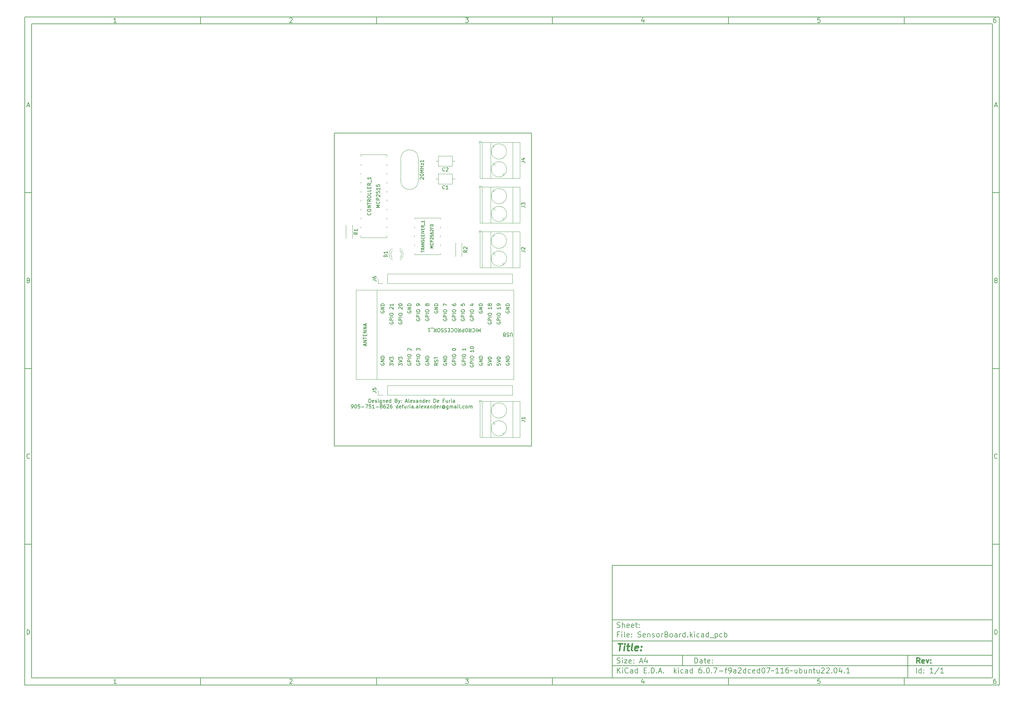
<source format=gbr>
%TF.GenerationSoftware,KiCad,Pcbnew,6.0.7-f9a2dced07~116~ubuntu22.04.1*%
%TF.CreationDate,2022-07-31T23:28:34-04:00*%
%TF.ProjectId,SensorBoard,53656e73-6f72-4426-9f61-72642e6b6963,rev?*%
%TF.SameCoordinates,Original*%
%TF.FileFunction,Legend,Top*%
%TF.FilePolarity,Positive*%
%FSLAX46Y46*%
G04 Gerber Fmt 4.6, Leading zero omitted, Abs format (unit mm)*
G04 Created by KiCad (PCBNEW 6.0.7-f9a2dced07~116~ubuntu22.04.1) date 2022-07-31 23:28:34*
%MOMM*%
%LPD*%
G01*
G04 APERTURE LIST*
%ADD10C,0.100000*%
%ADD11C,0.150000*%
%ADD12C,0.300000*%
%ADD13C,0.400000*%
%TA.AperFunction,Profile*%
%ADD14C,0.200000*%
%TD*%
%ADD15C,0.120000*%
G04 APERTURE END LIST*
D10*
D11*
X177002200Y-166007200D02*
X177002200Y-198007200D01*
X285002200Y-198007200D01*
X285002200Y-166007200D01*
X177002200Y-166007200D01*
D10*
D11*
X10000000Y-10000000D02*
X10000000Y-200007200D01*
X287002200Y-200007200D01*
X287002200Y-10000000D01*
X10000000Y-10000000D01*
D10*
D11*
X12000000Y-12000000D02*
X12000000Y-198007200D01*
X285002200Y-198007200D01*
X285002200Y-12000000D01*
X12000000Y-12000000D01*
D10*
D11*
X60000000Y-12000000D02*
X60000000Y-10000000D01*
D10*
D11*
X110000000Y-12000000D02*
X110000000Y-10000000D01*
D10*
D11*
X160000000Y-12000000D02*
X160000000Y-10000000D01*
D10*
D11*
X210000000Y-12000000D02*
X210000000Y-10000000D01*
D10*
D11*
X260000000Y-12000000D02*
X260000000Y-10000000D01*
D10*
D11*
X36065476Y-11588095D02*
X35322619Y-11588095D01*
X35694047Y-11588095D02*
X35694047Y-10288095D01*
X35570238Y-10473809D01*
X35446428Y-10597619D01*
X35322619Y-10659523D01*
D10*
D11*
X85322619Y-10411904D02*
X85384523Y-10350000D01*
X85508333Y-10288095D01*
X85817857Y-10288095D01*
X85941666Y-10350000D01*
X86003571Y-10411904D01*
X86065476Y-10535714D01*
X86065476Y-10659523D01*
X86003571Y-10845238D01*
X85260714Y-11588095D01*
X86065476Y-11588095D01*
D10*
D11*
X135260714Y-10288095D02*
X136065476Y-10288095D01*
X135632142Y-10783333D01*
X135817857Y-10783333D01*
X135941666Y-10845238D01*
X136003571Y-10907142D01*
X136065476Y-11030952D01*
X136065476Y-11340476D01*
X136003571Y-11464285D01*
X135941666Y-11526190D01*
X135817857Y-11588095D01*
X135446428Y-11588095D01*
X135322619Y-11526190D01*
X135260714Y-11464285D01*
D10*
D11*
X185941666Y-10721428D02*
X185941666Y-11588095D01*
X185632142Y-10226190D02*
X185322619Y-11154761D01*
X186127380Y-11154761D01*
D10*
D11*
X236003571Y-10288095D02*
X235384523Y-10288095D01*
X235322619Y-10907142D01*
X235384523Y-10845238D01*
X235508333Y-10783333D01*
X235817857Y-10783333D01*
X235941666Y-10845238D01*
X236003571Y-10907142D01*
X236065476Y-11030952D01*
X236065476Y-11340476D01*
X236003571Y-11464285D01*
X235941666Y-11526190D01*
X235817857Y-11588095D01*
X235508333Y-11588095D01*
X235384523Y-11526190D01*
X235322619Y-11464285D01*
D10*
D11*
X285941666Y-10288095D02*
X285694047Y-10288095D01*
X285570238Y-10350000D01*
X285508333Y-10411904D01*
X285384523Y-10597619D01*
X285322619Y-10845238D01*
X285322619Y-11340476D01*
X285384523Y-11464285D01*
X285446428Y-11526190D01*
X285570238Y-11588095D01*
X285817857Y-11588095D01*
X285941666Y-11526190D01*
X286003571Y-11464285D01*
X286065476Y-11340476D01*
X286065476Y-11030952D01*
X286003571Y-10907142D01*
X285941666Y-10845238D01*
X285817857Y-10783333D01*
X285570238Y-10783333D01*
X285446428Y-10845238D01*
X285384523Y-10907142D01*
X285322619Y-11030952D01*
D10*
D11*
X60000000Y-198007200D02*
X60000000Y-200007200D01*
D10*
D11*
X110000000Y-198007200D02*
X110000000Y-200007200D01*
D10*
D11*
X160000000Y-198007200D02*
X160000000Y-200007200D01*
D10*
D11*
X210000000Y-198007200D02*
X210000000Y-200007200D01*
D10*
D11*
X260000000Y-198007200D02*
X260000000Y-200007200D01*
D10*
D11*
X36065476Y-199595295D02*
X35322619Y-199595295D01*
X35694047Y-199595295D02*
X35694047Y-198295295D01*
X35570238Y-198481009D01*
X35446428Y-198604819D01*
X35322619Y-198666723D01*
D10*
D11*
X85322619Y-198419104D02*
X85384523Y-198357200D01*
X85508333Y-198295295D01*
X85817857Y-198295295D01*
X85941666Y-198357200D01*
X86003571Y-198419104D01*
X86065476Y-198542914D01*
X86065476Y-198666723D01*
X86003571Y-198852438D01*
X85260714Y-199595295D01*
X86065476Y-199595295D01*
D10*
D11*
X135260714Y-198295295D02*
X136065476Y-198295295D01*
X135632142Y-198790533D01*
X135817857Y-198790533D01*
X135941666Y-198852438D01*
X136003571Y-198914342D01*
X136065476Y-199038152D01*
X136065476Y-199347676D01*
X136003571Y-199471485D01*
X135941666Y-199533390D01*
X135817857Y-199595295D01*
X135446428Y-199595295D01*
X135322619Y-199533390D01*
X135260714Y-199471485D01*
D10*
D11*
X185941666Y-198728628D02*
X185941666Y-199595295D01*
X185632142Y-198233390D02*
X185322619Y-199161961D01*
X186127380Y-199161961D01*
D10*
D11*
X236003571Y-198295295D02*
X235384523Y-198295295D01*
X235322619Y-198914342D01*
X235384523Y-198852438D01*
X235508333Y-198790533D01*
X235817857Y-198790533D01*
X235941666Y-198852438D01*
X236003571Y-198914342D01*
X236065476Y-199038152D01*
X236065476Y-199347676D01*
X236003571Y-199471485D01*
X235941666Y-199533390D01*
X235817857Y-199595295D01*
X235508333Y-199595295D01*
X235384523Y-199533390D01*
X235322619Y-199471485D01*
D10*
D11*
X285941666Y-198295295D02*
X285694047Y-198295295D01*
X285570238Y-198357200D01*
X285508333Y-198419104D01*
X285384523Y-198604819D01*
X285322619Y-198852438D01*
X285322619Y-199347676D01*
X285384523Y-199471485D01*
X285446428Y-199533390D01*
X285570238Y-199595295D01*
X285817857Y-199595295D01*
X285941666Y-199533390D01*
X286003571Y-199471485D01*
X286065476Y-199347676D01*
X286065476Y-199038152D01*
X286003571Y-198914342D01*
X285941666Y-198852438D01*
X285817857Y-198790533D01*
X285570238Y-198790533D01*
X285446428Y-198852438D01*
X285384523Y-198914342D01*
X285322619Y-199038152D01*
D10*
D11*
X10000000Y-60000000D02*
X12000000Y-60000000D01*
D10*
D11*
X10000000Y-110000000D02*
X12000000Y-110000000D01*
D10*
D11*
X10000000Y-160000000D02*
X12000000Y-160000000D01*
D10*
D11*
X10690476Y-35216666D02*
X11309523Y-35216666D01*
X10566666Y-35588095D02*
X11000000Y-34288095D01*
X11433333Y-35588095D01*
D10*
D11*
X11092857Y-84907142D02*
X11278571Y-84969047D01*
X11340476Y-85030952D01*
X11402380Y-85154761D01*
X11402380Y-85340476D01*
X11340476Y-85464285D01*
X11278571Y-85526190D01*
X11154761Y-85588095D01*
X10659523Y-85588095D01*
X10659523Y-84288095D01*
X11092857Y-84288095D01*
X11216666Y-84350000D01*
X11278571Y-84411904D01*
X11340476Y-84535714D01*
X11340476Y-84659523D01*
X11278571Y-84783333D01*
X11216666Y-84845238D01*
X11092857Y-84907142D01*
X10659523Y-84907142D01*
D10*
D11*
X11402380Y-135464285D02*
X11340476Y-135526190D01*
X11154761Y-135588095D01*
X11030952Y-135588095D01*
X10845238Y-135526190D01*
X10721428Y-135402380D01*
X10659523Y-135278571D01*
X10597619Y-135030952D01*
X10597619Y-134845238D01*
X10659523Y-134597619D01*
X10721428Y-134473809D01*
X10845238Y-134350000D01*
X11030952Y-134288095D01*
X11154761Y-134288095D01*
X11340476Y-134350000D01*
X11402380Y-134411904D01*
D10*
D11*
X10659523Y-185588095D02*
X10659523Y-184288095D01*
X10969047Y-184288095D01*
X11154761Y-184350000D01*
X11278571Y-184473809D01*
X11340476Y-184597619D01*
X11402380Y-184845238D01*
X11402380Y-185030952D01*
X11340476Y-185278571D01*
X11278571Y-185402380D01*
X11154761Y-185526190D01*
X10969047Y-185588095D01*
X10659523Y-185588095D01*
D10*
D11*
X287002200Y-60000000D02*
X285002200Y-60000000D01*
D10*
D11*
X287002200Y-110000000D02*
X285002200Y-110000000D01*
D10*
D11*
X287002200Y-160000000D02*
X285002200Y-160000000D01*
D10*
D11*
X285692676Y-35216666D02*
X286311723Y-35216666D01*
X285568866Y-35588095D02*
X286002200Y-34288095D01*
X286435533Y-35588095D01*
D10*
D11*
X286095057Y-84907142D02*
X286280771Y-84969047D01*
X286342676Y-85030952D01*
X286404580Y-85154761D01*
X286404580Y-85340476D01*
X286342676Y-85464285D01*
X286280771Y-85526190D01*
X286156961Y-85588095D01*
X285661723Y-85588095D01*
X285661723Y-84288095D01*
X286095057Y-84288095D01*
X286218866Y-84350000D01*
X286280771Y-84411904D01*
X286342676Y-84535714D01*
X286342676Y-84659523D01*
X286280771Y-84783333D01*
X286218866Y-84845238D01*
X286095057Y-84907142D01*
X285661723Y-84907142D01*
D10*
D11*
X286404580Y-135464285D02*
X286342676Y-135526190D01*
X286156961Y-135588095D01*
X286033152Y-135588095D01*
X285847438Y-135526190D01*
X285723628Y-135402380D01*
X285661723Y-135278571D01*
X285599819Y-135030952D01*
X285599819Y-134845238D01*
X285661723Y-134597619D01*
X285723628Y-134473809D01*
X285847438Y-134350000D01*
X286033152Y-134288095D01*
X286156961Y-134288095D01*
X286342676Y-134350000D01*
X286404580Y-134411904D01*
D10*
D11*
X285661723Y-185588095D02*
X285661723Y-184288095D01*
X285971247Y-184288095D01*
X286156961Y-184350000D01*
X286280771Y-184473809D01*
X286342676Y-184597619D01*
X286404580Y-184845238D01*
X286404580Y-185030952D01*
X286342676Y-185278571D01*
X286280771Y-185402380D01*
X286156961Y-185526190D01*
X285971247Y-185588095D01*
X285661723Y-185588095D01*
D10*
D11*
X200434342Y-193785771D02*
X200434342Y-192285771D01*
X200791485Y-192285771D01*
X201005771Y-192357200D01*
X201148628Y-192500057D01*
X201220057Y-192642914D01*
X201291485Y-192928628D01*
X201291485Y-193142914D01*
X201220057Y-193428628D01*
X201148628Y-193571485D01*
X201005771Y-193714342D01*
X200791485Y-193785771D01*
X200434342Y-193785771D01*
X202577200Y-193785771D02*
X202577200Y-193000057D01*
X202505771Y-192857200D01*
X202362914Y-192785771D01*
X202077200Y-192785771D01*
X201934342Y-192857200D01*
X202577200Y-193714342D02*
X202434342Y-193785771D01*
X202077200Y-193785771D01*
X201934342Y-193714342D01*
X201862914Y-193571485D01*
X201862914Y-193428628D01*
X201934342Y-193285771D01*
X202077200Y-193214342D01*
X202434342Y-193214342D01*
X202577200Y-193142914D01*
X203077200Y-192785771D02*
X203648628Y-192785771D01*
X203291485Y-192285771D02*
X203291485Y-193571485D01*
X203362914Y-193714342D01*
X203505771Y-193785771D01*
X203648628Y-193785771D01*
X204720057Y-193714342D02*
X204577200Y-193785771D01*
X204291485Y-193785771D01*
X204148628Y-193714342D01*
X204077200Y-193571485D01*
X204077200Y-193000057D01*
X204148628Y-192857200D01*
X204291485Y-192785771D01*
X204577200Y-192785771D01*
X204720057Y-192857200D01*
X204791485Y-193000057D01*
X204791485Y-193142914D01*
X204077200Y-193285771D01*
X205434342Y-193642914D02*
X205505771Y-193714342D01*
X205434342Y-193785771D01*
X205362914Y-193714342D01*
X205434342Y-193642914D01*
X205434342Y-193785771D01*
X205434342Y-192857200D02*
X205505771Y-192928628D01*
X205434342Y-193000057D01*
X205362914Y-192928628D01*
X205434342Y-192857200D01*
X205434342Y-193000057D01*
D10*
D11*
X177002200Y-194507200D02*
X285002200Y-194507200D01*
D10*
D11*
X178434342Y-196585771D02*
X178434342Y-195085771D01*
X179291485Y-196585771D02*
X178648628Y-195728628D01*
X179291485Y-195085771D02*
X178434342Y-195942914D01*
X179934342Y-196585771D02*
X179934342Y-195585771D01*
X179934342Y-195085771D02*
X179862914Y-195157200D01*
X179934342Y-195228628D01*
X180005771Y-195157200D01*
X179934342Y-195085771D01*
X179934342Y-195228628D01*
X181505771Y-196442914D02*
X181434342Y-196514342D01*
X181220057Y-196585771D01*
X181077200Y-196585771D01*
X180862914Y-196514342D01*
X180720057Y-196371485D01*
X180648628Y-196228628D01*
X180577200Y-195942914D01*
X180577200Y-195728628D01*
X180648628Y-195442914D01*
X180720057Y-195300057D01*
X180862914Y-195157200D01*
X181077200Y-195085771D01*
X181220057Y-195085771D01*
X181434342Y-195157200D01*
X181505771Y-195228628D01*
X182791485Y-196585771D02*
X182791485Y-195800057D01*
X182720057Y-195657200D01*
X182577200Y-195585771D01*
X182291485Y-195585771D01*
X182148628Y-195657200D01*
X182791485Y-196514342D02*
X182648628Y-196585771D01*
X182291485Y-196585771D01*
X182148628Y-196514342D01*
X182077200Y-196371485D01*
X182077200Y-196228628D01*
X182148628Y-196085771D01*
X182291485Y-196014342D01*
X182648628Y-196014342D01*
X182791485Y-195942914D01*
X184148628Y-196585771D02*
X184148628Y-195085771D01*
X184148628Y-196514342D02*
X184005771Y-196585771D01*
X183720057Y-196585771D01*
X183577200Y-196514342D01*
X183505771Y-196442914D01*
X183434342Y-196300057D01*
X183434342Y-195871485D01*
X183505771Y-195728628D01*
X183577200Y-195657200D01*
X183720057Y-195585771D01*
X184005771Y-195585771D01*
X184148628Y-195657200D01*
X186005771Y-195800057D02*
X186505771Y-195800057D01*
X186720057Y-196585771D02*
X186005771Y-196585771D01*
X186005771Y-195085771D01*
X186720057Y-195085771D01*
X187362914Y-196442914D02*
X187434342Y-196514342D01*
X187362914Y-196585771D01*
X187291485Y-196514342D01*
X187362914Y-196442914D01*
X187362914Y-196585771D01*
X188077200Y-196585771D02*
X188077200Y-195085771D01*
X188434342Y-195085771D01*
X188648628Y-195157200D01*
X188791485Y-195300057D01*
X188862914Y-195442914D01*
X188934342Y-195728628D01*
X188934342Y-195942914D01*
X188862914Y-196228628D01*
X188791485Y-196371485D01*
X188648628Y-196514342D01*
X188434342Y-196585771D01*
X188077200Y-196585771D01*
X189577200Y-196442914D02*
X189648628Y-196514342D01*
X189577200Y-196585771D01*
X189505771Y-196514342D01*
X189577200Y-196442914D01*
X189577200Y-196585771D01*
X190220057Y-196157200D02*
X190934342Y-196157200D01*
X190077200Y-196585771D02*
X190577200Y-195085771D01*
X191077200Y-196585771D01*
X191577200Y-196442914D02*
X191648628Y-196514342D01*
X191577200Y-196585771D01*
X191505771Y-196514342D01*
X191577200Y-196442914D01*
X191577200Y-196585771D01*
X194577200Y-196585771D02*
X194577200Y-195085771D01*
X194720057Y-196014342D02*
X195148628Y-196585771D01*
X195148628Y-195585771D02*
X194577200Y-196157200D01*
X195791485Y-196585771D02*
X195791485Y-195585771D01*
X195791485Y-195085771D02*
X195720057Y-195157200D01*
X195791485Y-195228628D01*
X195862914Y-195157200D01*
X195791485Y-195085771D01*
X195791485Y-195228628D01*
X197148628Y-196514342D02*
X197005771Y-196585771D01*
X196720057Y-196585771D01*
X196577200Y-196514342D01*
X196505771Y-196442914D01*
X196434342Y-196300057D01*
X196434342Y-195871485D01*
X196505771Y-195728628D01*
X196577200Y-195657200D01*
X196720057Y-195585771D01*
X197005771Y-195585771D01*
X197148628Y-195657200D01*
X198434342Y-196585771D02*
X198434342Y-195800057D01*
X198362914Y-195657200D01*
X198220057Y-195585771D01*
X197934342Y-195585771D01*
X197791485Y-195657200D01*
X198434342Y-196514342D02*
X198291485Y-196585771D01*
X197934342Y-196585771D01*
X197791485Y-196514342D01*
X197720057Y-196371485D01*
X197720057Y-196228628D01*
X197791485Y-196085771D01*
X197934342Y-196014342D01*
X198291485Y-196014342D01*
X198434342Y-195942914D01*
X199791485Y-196585771D02*
X199791485Y-195085771D01*
X199791485Y-196514342D02*
X199648628Y-196585771D01*
X199362914Y-196585771D01*
X199220057Y-196514342D01*
X199148628Y-196442914D01*
X199077200Y-196300057D01*
X199077200Y-195871485D01*
X199148628Y-195728628D01*
X199220057Y-195657200D01*
X199362914Y-195585771D01*
X199648628Y-195585771D01*
X199791485Y-195657200D01*
X202291485Y-195085771D02*
X202005771Y-195085771D01*
X201862914Y-195157200D01*
X201791485Y-195228628D01*
X201648628Y-195442914D01*
X201577200Y-195728628D01*
X201577200Y-196300057D01*
X201648628Y-196442914D01*
X201720057Y-196514342D01*
X201862914Y-196585771D01*
X202148628Y-196585771D01*
X202291485Y-196514342D01*
X202362914Y-196442914D01*
X202434342Y-196300057D01*
X202434342Y-195942914D01*
X202362914Y-195800057D01*
X202291485Y-195728628D01*
X202148628Y-195657200D01*
X201862914Y-195657200D01*
X201720057Y-195728628D01*
X201648628Y-195800057D01*
X201577200Y-195942914D01*
X203077200Y-196442914D02*
X203148628Y-196514342D01*
X203077200Y-196585771D01*
X203005771Y-196514342D01*
X203077200Y-196442914D01*
X203077200Y-196585771D01*
X204077200Y-195085771D02*
X204220057Y-195085771D01*
X204362914Y-195157200D01*
X204434342Y-195228628D01*
X204505771Y-195371485D01*
X204577200Y-195657200D01*
X204577200Y-196014342D01*
X204505771Y-196300057D01*
X204434342Y-196442914D01*
X204362914Y-196514342D01*
X204220057Y-196585771D01*
X204077200Y-196585771D01*
X203934342Y-196514342D01*
X203862914Y-196442914D01*
X203791485Y-196300057D01*
X203720057Y-196014342D01*
X203720057Y-195657200D01*
X203791485Y-195371485D01*
X203862914Y-195228628D01*
X203934342Y-195157200D01*
X204077200Y-195085771D01*
X205220057Y-196442914D02*
X205291485Y-196514342D01*
X205220057Y-196585771D01*
X205148628Y-196514342D01*
X205220057Y-196442914D01*
X205220057Y-196585771D01*
X205791485Y-195085771D02*
X206791485Y-195085771D01*
X206148628Y-196585771D01*
X207362914Y-196014342D02*
X208505771Y-196014342D01*
X209005771Y-195585771D02*
X209577200Y-195585771D01*
X209220057Y-196585771D02*
X209220057Y-195300057D01*
X209291485Y-195157200D01*
X209434342Y-195085771D01*
X209577200Y-195085771D01*
X210148628Y-196585771D02*
X210434342Y-196585771D01*
X210577200Y-196514342D01*
X210648628Y-196442914D01*
X210791485Y-196228628D01*
X210862914Y-195942914D01*
X210862914Y-195371485D01*
X210791485Y-195228628D01*
X210720057Y-195157200D01*
X210577200Y-195085771D01*
X210291485Y-195085771D01*
X210148628Y-195157200D01*
X210077200Y-195228628D01*
X210005771Y-195371485D01*
X210005771Y-195728628D01*
X210077200Y-195871485D01*
X210148628Y-195942914D01*
X210291485Y-196014342D01*
X210577200Y-196014342D01*
X210720057Y-195942914D01*
X210791485Y-195871485D01*
X210862914Y-195728628D01*
X212148628Y-196585771D02*
X212148628Y-195800057D01*
X212077200Y-195657200D01*
X211934342Y-195585771D01*
X211648628Y-195585771D01*
X211505771Y-195657200D01*
X212148628Y-196514342D02*
X212005771Y-196585771D01*
X211648628Y-196585771D01*
X211505771Y-196514342D01*
X211434342Y-196371485D01*
X211434342Y-196228628D01*
X211505771Y-196085771D01*
X211648628Y-196014342D01*
X212005771Y-196014342D01*
X212148628Y-195942914D01*
X212791485Y-195228628D02*
X212862914Y-195157200D01*
X213005771Y-195085771D01*
X213362914Y-195085771D01*
X213505771Y-195157200D01*
X213577200Y-195228628D01*
X213648628Y-195371485D01*
X213648628Y-195514342D01*
X213577200Y-195728628D01*
X212720057Y-196585771D01*
X213648628Y-196585771D01*
X214934342Y-196585771D02*
X214934342Y-195085771D01*
X214934342Y-196514342D02*
X214791485Y-196585771D01*
X214505771Y-196585771D01*
X214362914Y-196514342D01*
X214291485Y-196442914D01*
X214220057Y-196300057D01*
X214220057Y-195871485D01*
X214291485Y-195728628D01*
X214362914Y-195657200D01*
X214505771Y-195585771D01*
X214791485Y-195585771D01*
X214934342Y-195657200D01*
X216291485Y-196514342D02*
X216148628Y-196585771D01*
X215862914Y-196585771D01*
X215720057Y-196514342D01*
X215648628Y-196442914D01*
X215577200Y-196300057D01*
X215577200Y-195871485D01*
X215648628Y-195728628D01*
X215720057Y-195657200D01*
X215862914Y-195585771D01*
X216148628Y-195585771D01*
X216291485Y-195657200D01*
X217505771Y-196514342D02*
X217362914Y-196585771D01*
X217077200Y-196585771D01*
X216934342Y-196514342D01*
X216862914Y-196371485D01*
X216862914Y-195800057D01*
X216934342Y-195657200D01*
X217077200Y-195585771D01*
X217362914Y-195585771D01*
X217505771Y-195657200D01*
X217577200Y-195800057D01*
X217577200Y-195942914D01*
X216862914Y-196085771D01*
X218862914Y-196585771D02*
X218862914Y-195085771D01*
X218862914Y-196514342D02*
X218720057Y-196585771D01*
X218434342Y-196585771D01*
X218291485Y-196514342D01*
X218220057Y-196442914D01*
X218148628Y-196300057D01*
X218148628Y-195871485D01*
X218220057Y-195728628D01*
X218291485Y-195657200D01*
X218434342Y-195585771D01*
X218720057Y-195585771D01*
X218862914Y-195657200D01*
X219862914Y-195085771D02*
X220005771Y-195085771D01*
X220148628Y-195157200D01*
X220220057Y-195228628D01*
X220291485Y-195371485D01*
X220362914Y-195657200D01*
X220362914Y-196014342D01*
X220291485Y-196300057D01*
X220220057Y-196442914D01*
X220148628Y-196514342D01*
X220005771Y-196585771D01*
X219862914Y-196585771D01*
X219720057Y-196514342D01*
X219648628Y-196442914D01*
X219577200Y-196300057D01*
X219505771Y-196014342D01*
X219505771Y-195657200D01*
X219577200Y-195371485D01*
X219648628Y-195228628D01*
X219720057Y-195157200D01*
X219862914Y-195085771D01*
X220862914Y-195085771D02*
X221862914Y-195085771D01*
X221220057Y-196585771D01*
X222220057Y-196014342D02*
X222291485Y-195942914D01*
X222434342Y-195871485D01*
X222720057Y-196014342D01*
X222862914Y-195942914D01*
X222934342Y-195871485D01*
X224291485Y-196585771D02*
X223434342Y-196585771D01*
X223862914Y-196585771D02*
X223862914Y-195085771D01*
X223720057Y-195300057D01*
X223577200Y-195442914D01*
X223434342Y-195514342D01*
X225720057Y-196585771D02*
X224862914Y-196585771D01*
X225291485Y-196585771D02*
X225291485Y-195085771D01*
X225148628Y-195300057D01*
X225005771Y-195442914D01*
X224862914Y-195514342D01*
X227005771Y-195085771D02*
X226720057Y-195085771D01*
X226577200Y-195157200D01*
X226505771Y-195228628D01*
X226362914Y-195442914D01*
X226291485Y-195728628D01*
X226291485Y-196300057D01*
X226362914Y-196442914D01*
X226434342Y-196514342D01*
X226577200Y-196585771D01*
X226862914Y-196585771D01*
X227005771Y-196514342D01*
X227077200Y-196442914D01*
X227148628Y-196300057D01*
X227148628Y-195942914D01*
X227077200Y-195800057D01*
X227005771Y-195728628D01*
X226862914Y-195657200D01*
X226577200Y-195657200D01*
X226434342Y-195728628D01*
X226362914Y-195800057D01*
X226291485Y-195942914D01*
X227577199Y-196014342D02*
X227648628Y-195942914D01*
X227791485Y-195871485D01*
X228077199Y-196014342D01*
X228220057Y-195942914D01*
X228291485Y-195871485D01*
X229505771Y-195585771D02*
X229505771Y-196585771D01*
X228862914Y-195585771D02*
X228862914Y-196371485D01*
X228934342Y-196514342D01*
X229077200Y-196585771D01*
X229291485Y-196585771D01*
X229434342Y-196514342D01*
X229505771Y-196442914D01*
X230220057Y-196585771D02*
X230220057Y-195085771D01*
X230220057Y-195657200D02*
X230362914Y-195585771D01*
X230648628Y-195585771D01*
X230791485Y-195657200D01*
X230862914Y-195728628D01*
X230934342Y-195871485D01*
X230934342Y-196300057D01*
X230862914Y-196442914D01*
X230791485Y-196514342D01*
X230648628Y-196585771D01*
X230362914Y-196585771D01*
X230220057Y-196514342D01*
X232220057Y-195585771D02*
X232220057Y-196585771D01*
X231577200Y-195585771D02*
X231577200Y-196371485D01*
X231648628Y-196514342D01*
X231791485Y-196585771D01*
X232005771Y-196585771D01*
X232148628Y-196514342D01*
X232220057Y-196442914D01*
X232934342Y-195585771D02*
X232934342Y-196585771D01*
X232934342Y-195728628D02*
X233005771Y-195657200D01*
X233148628Y-195585771D01*
X233362914Y-195585771D01*
X233505771Y-195657200D01*
X233577200Y-195800057D01*
X233577200Y-196585771D01*
X234077200Y-195585771D02*
X234648628Y-195585771D01*
X234291485Y-195085771D02*
X234291485Y-196371485D01*
X234362914Y-196514342D01*
X234505771Y-196585771D01*
X234648628Y-196585771D01*
X235791485Y-195585771D02*
X235791485Y-196585771D01*
X235148628Y-195585771D02*
X235148628Y-196371485D01*
X235220057Y-196514342D01*
X235362914Y-196585771D01*
X235577200Y-196585771D01*
X235720057Y-196514342D01*
X235791485Y-196442914D01*
X236434342Y-195228628D02*
X236505771Y-195157200D01*
X236648628Y-195085771D01*
X237005771Y-195085771D01*
X237148628Y-195157200D01*
X237220057Y-195228628D01*
X237291485Y-195371485D01*
X237291485Y-195514342D01*
X237220057Y-195728628D01*
X236362914Y-196585771D01*
X237291485Y-196585771D01*
X237862914Y-195228628D02*
X237934342Y-195157200D01*
X238077200Y-195085771D01*
X238434342Y-195085771D01*
X238577200Y-195157200D01*
X238648628Y-195228628D01*
X238720057Y-195371485D01*
X238720057Y-195514342D01*
X238648628Y-195728628D01*
X237791485Y-196585771D01*
X238720057Y-196585771D01*
X239362914Y-196442914D02*
X239434342Y-196514342D01*
X239362914Y-196585771D01*
X239291485Y-196514342D01*
X239362914Y-196442914D01*
X239362914Y-196585771D01*
X240362914Y-195085771D02*
X240505771Y-195085771D01*
X240648628Y-195157200D01*
X240720057Y-195228628D01*
X240791485Y-195371485D01*
X240862914Y-195657200D01*
X240862914Y-196014342D01*
X240791485Y-196300057D01*
X240720057Y-196442914D01*
X240648628Y-196514342D01*
X240505771Y-196585771D01*
X240362914Y-196585771D01*
X240220057Y-196514342D01*
X240148628Y-196442914D01*
X240077200Y-196300057D01*
X240005771Y-196014342D01*
X240005771Y-195657200D01*
X240077200Y-195371485D01*
X240148628Y-195228628D01*
X240220057Y-195157200D01*
X240362914Y-195085771D01*
X242148628Y-195585771D02*
X242148628Y-196585771D01*
X241791485Y-195014342D02*
X241434342Y-196085771D01*
X242362914Y-196085771D01*
X242934342Y-196442914D02*
X243005771Y-196514342D01*
X242934342Y-196585771D01*
X242862914Y-196514342D01*
X242934342Y-196442914D01*
X242934342Y-196585771D01*
X244434342Y-196585771D02*
X243577199Y-196585771D01*
X244005771Y-196585771D02*
X244005771Y-195085771D01*
X243862914Y-195300057D01*
X243720057Y-195442914D01*
X243577199Y-195514342D01*
D10*
D11*
X177002200Y-191507200D02*
X285002200Y-191507200D01*
D10*
D12*
X264411485Y-193785771D02*
X263911485Y-193071485D01*
X263554342Y-193785771D02*
X263554342Y-192285771D01*
X264125771Y-192285771D01*
X264268628Y-192357200D01*
X264340057Y-192428628D01*
X264411485Y-192571485D01*
X264411485Y-192785771D01*
X264340057Y-192928628D01*
X264268628Y-193000057D01*
X264125771Y-193071485D01*
X263554342Y-193071485D01*
X265625771Y-193714342D02*
X265482914Y-193785771D01*
X265197200Y-193785771D01*
X265054342Y-193714342D01*
X264982914Y-193571485D01*
X264982914Y-193000057D01*
X265054342Y-192857200D01*
X265197200Y-192785771D01*
X265482914Y-192785771D01*
X265625771Y-192857200D01*
X265697200Y-193000057D01*
X265697200Y-193142914D01*
X264982914Y-193285771D01*
X266197200Y-192785771D02*
X266554342Y-193785771D01*
X266911485Y-192785771D01*
X267482914Y-193642914D02*
X267554342Y-193714342D01*
X267482914Y-193785771D01*
X267411485Y-193714342D01*
X267482914Y-193642914D01*
X267482914Y-193785771D01*
X267482914Y-192857200D02*
X267554342Y-192928628D01*
X267482914Y-193000057D01*
X267411485Y-192928628D01*
X267482914Y-192857200D01*
X267482914Y-193000057D01*
D10*
D11*
X178362914Y-193714342D02*
X178577200Y-193785771D01*
X178934342Y-193785771D01*
X179077200Y-193714342D01*
X179148628Y-193642914D01*
X179220057Y-193500057D01*
X179220057Y-193357200D01*
X179148628Y-193214342D01*
X179077200Y-193142914D01*
X178934342Y-193071485D01*
X178648628Y-193000057D01*
X178505771Y-192928628D01*
X178434342Y-192857200D01*
X178362914Y-192714342D01*
X178362914Y-192571485D01*
X178434342Y-192428628D01*
X178505771Y-192357200D01*
X178648628Y-192285771D01*
X179005771Y-192285771D01*
X179220057Y-192357200D01*
X179862914Y-193785771D02*
X179862914Y-192785771D01*
X179862914Y-192285771D02*
X179791485Y-192357200D01*
X179862914Y-192428628D01*
X179934342Y-192357200D01*
X179862914Y-192285771D01*
X179862914Y-192428628D01*
X180434342Y-192785771D02*
X181220057Y-192785771D01*
X180434342Y-193785771D01*
X181220057Y-193785771D01*
X182362914Y-193714342D02*
X182220057Y-193785771D01*
X181934342Y-193785771D01*
X181791485Y-193714342D01*
X181720057Y-193571485D01*
X181720057Y-193000057D01*
X181791485Y-192857200D01*
X181934342Y-192785771D01*
X182220057Y-192785771D01*
X182362914Y-192857200D01*
X182434342Y-193000057D01*
X182434342Y-193142914D01*
X181720057Y-193285771D01*
X183077200Y-193642914D02*
X183148628Y-193714342D01*
X183077200Y-193785771D01*
X183005771Y-193714342D01*
X183077200Y-193642914D01*
X183077200Y-193785771D01*
X183077200Y-192857200D02*
X183148628Y-192928628D01*
X183077200Y-193000057D01*
X183005771Y-192928628D01*
X183077200Y-192857200D01*
X183077200Y-193000057D01*
X184862914Y-193357200D02*
X185577200Y-193357200D01*
X184720057Y-193785771D02*
X185220057Y-192285771D01*
X185720057Y-193785771D01*
X186862914Y-192785771D02*
X186862914Y-193785771D01*
X186505771Y-192214342D02*
X186148628Y-193285771D01*
X187077200Y-193285771D01*
D10*
D11*
X263434342Y-196585771D02*
X263434342Y-195085771D01*
X264791485Y-196585771D02*
X264791485Y-195085771D01*
X264791485Y-196514342D02*
X264648628Y-196585771D01*
X264362914Y-196585771D01*
X264220057Y-196514342D01*
X264148628Y-196442914D01*
X264077200Y-196300057D01*
X264077200Y-195871485D01*
X264148628Y-195728628D01*
X264220057Y-195657200D01*
X264362914Y-195585771D01*
X264648628Y-195585771D01*
X264791485Y-195657200D01*
X265505771Y-196442914D02*
X265577200Y-196514342D01*
X265505771Y-196585771D01*
X265434342Y-196514342D01*
X265505771Y-196442914D01*
X265505771Y-196585771D01*
X265505771Y-195657200D02*
X265577200Y-195728628D01*
X265505771Y-195800057D01*
X265434342Y-195728628D01*
X265505771Y-195657200D01*
X265505771Y-195800057D01*
X268148628Y-196585771D02*
X267291485Y-196585771D01*
X267720057Y-196585771D02*
X267720057Y-195085771D01*
X267577200Y-195300057D01*
X267434342Y-195442914D01*
X267291485Y-195514342D01*
X269862914Y-195014342D02*
X268577200Y-196942914D01*
X271148628Y-196585771D02*
X270291485Y-196585771D01*
X270720057Y-196585771D02*
X270720057Y-195085771D01*
X270577200Y-195300057D01*
X270434342Y-195442914D01*
X270291485Y-195514342D01*
D10*
D11*
X177002200Y-187507200D02*
X285002200Y-187507200D01*
D10*
D13*
X178714580Y-188211961D02*
X179857438Y-188211961D01*
X179036009Y-190211961D02*
X179286009Y-188211961D01*
X180274104Y-190211961D02*
X180440771Y-188878628D01*
X180524104Y-188211961D02*
X180416961Y-188307200D01*
X180500295Y-188402438D01*
X180607438Y-188307200D01*
X180524104Y-188211961D01*
X180500295Y-188402438D01*
X181107438Y-188878628D02*
X181869342Y-188878628D01*
X181476485Y-188211961D02*
X181262200Y-189926247D01*
X181333628Y-190116723D01*
X181512200Y-190211961D01*
X181702676Y-190211961D01*
X182655057Y-190211961D02*
X182476485Y-190116723D01*
X182405057Y-189926247D01*
X182619342Y-188211961D01*
X184190771Y-190116723D02*
X183988390Y-190211961D01*
X183607438Y-190211961D01*
X183428866Y-190116723D01*
X183357438Y-189926247D01*
X183452676Y-189164342D01*
X183571723Y-188973866D01*
X183774104Y-188878628D01*
X184155057Y-188878628D01*
X184333628Y-188973866D01*
X184405057Y-189164342D01*
X184381247Y-189354819D01*
X183405057Y-189545295D01*
X185155057Y-190021485D02*
X185238390Y-190116723D01*
X185131247Y-190211961D01*
X185047914Y-190116723D01*
X185155057Y-190021485D01*
X185131247Y-190211961D01*
X185286009Y-188973866D02*
X185369342Y-189069104D01*
X185262200Y-189164342D01*
X185178866Y-189069104D01*
X185286009Y-188973866D01*
X185262200Y-189164342D01*
D10*
D11*
X178934342Y-185600057D02*
X178434342Y-185600057D01*
X178434342Y-186385771D02*
X178434342Y-184885771D01*
X179148628Y-184885771D01*
X179720057Y-186385771D02*
X179720057Y-185385771D01*
X179720057Y-184885771D02*
X179648628Y-184957200D01*
X179720057Y-185028628D01*
X179791485Y-184957200D01*
X179720057Y-184885771D01*
X179720057Y-185028628D01*
X180648628Y-186385771D02*
X180505771Y-186314342D01*
X180434342Y-186171485D01*
X180434342Y-184885771D01*
X181791485Y-186314342D02*
X181648628Y-186385771D01*
X181362914Y-186385771D01*
X181220057Y-186314342D01*
X181148628Y-186171485D01*
X181148628Y-185600057D01*
X181220057Y-185457200D01*
X181362914Y-185385771D01*
X181648628Y-185385771D01*
X181791485Y-185457200D01*
X181862914Y-185600057D01*
X181862914Y-185742914D01*
X181148628Y-185885771D01*
X182505771Y-186242914D02*
X182577200Y-186314342D01*
X182505771Y-186385771D01*
X182434342Y-186314342D01*
X182505771Y-186242914D01*
X182505771Y-186385771D01*
X182505771Y-185457200D02*
X182577200Y-185528628D01*
X182505771Y-185600057D01*
X182434342Y-185528628D01*
X182505771Y-185457200D01*
X182505771Y-185600057D01*
X184291485Y-186314342D02*
X184505771Y-186385771D01*
X184862914Y-186385771D01*
X185005771Y-186314342D01*
X185077200Y-186242914D01*
X185148628Y-186100057D01*
X185148628Y-185957200D01*
X185077200Y-185814342D01*
X185005771Y-185742914D01*
X184862914Y-185671485D01*
X184577200Y-185600057D01*
X184434342Y-185528628D01*
X184362914Y-185457200D01*
X184291485Y-185314342D01*
X184291485Y-185171485D01*
X184362914Y-185028628D01*
X184434342Y-184957200D01*
X184577200Y-184885771D01*
X184934342Y-184885771D01*
X185148628Y-184957200D01*
X186362914Y-186314342D02*
X186220057Y-186385771D01*
X185934342Y-186385771D01*
X185791485Y-186314342D01*
X185720057Y-186171485D01*
X185720057Y-185600057D01*
X185791485Y-185457200D01*
X185934342Y-185385771D01*
X186220057Y-185385771D01*
X186362914Y-185457200D01*
X186434342Y-185600057D01*
X186434342Y-185742914D01*
X185720057Y-185885771D01*
X187077200Y-185385771D02*
X187077200Y-186385771D01*
X187077200Y-185528628D02*
X187148628Y-185457200D01*
X187291485Y-185385771D01*
X187505771Y-185385771D01*
X187648628Y-185457200D01*
X187720057Y-185600057D01*
X187720057Y-186385771D01*
X188362914Y-186314342D02*
X188505771Y-186385771D01*
X188791485Y-186385771D01*
X188934342Y-186314342D01*
X189005771Y-186171485D01*
X189005771Y-186100057D01*
X188934342Y-185957200D01*
X188791485Y-185885771D01*
X188577200Y-185885771D01*
X188434342Y-185814342D01*
X188362914Y-185671485D01*
X188362914Y-185600057D01*
X188434342Y-185457200D01*
X188577200Y-185385771D01*
X188791485Y-185385771D01*
X188934342Y-185457200D01*
X189862914Y-186385771D02*
X189720057Y-186314342D01*
X189648628Y-186242914D01*
X189577200Y-186100057D01*
X189577200Y-185671485D01*
X189648628Y-185528628D01*
X189720057Y-185457200D01*
X189862914Y-185385771D01*
X190077200Y-185385771D01*
X190220057Y-185457200D01*
X190291485Y-185528628D01*
X190362914Y-185671485D01*
X190362914Y-186100057D01*
X190291485Y-186242914D01*
X190220057Y-186314342D01*
X190077200Y-186385771D01*
X189862914Y-186385771D01*
X191005771Y-186385771D02*
X191005771Y-185385771D01*
X191005771Y-185671485D02*
X191077200Y-185528628D01*
X191148628Y-185457200D01*
X191291485Y-185385771D01*
X191434342Y-185385771D01*
X192434342Y-185600057D02*
X192648628Y-185671485D01*
X192720057Y-185742914D01*
X192791485Y-185885771D01*
X192791485Y-186100057D01*
X192720057Y-186242914D01*
X192648628Y-186314342D01*
X192505771Y-186385771D01*
X191934342Y-186385771D01*
X191934342Y-184885771D01*
X192434342Y-184885771D01*
X192577200Y-184957200D01*
X192648628Y-185028628D01*
X192720057Y-185171485D01*
X192720057Y-185314342D01*
X192648628Y-185457200D01*
X192577200Y-185528628D01*
X192434342Y-185600057D01*
X191934342Y-185600057D01*
X193648628Y-186385771D02*
X193505771Y-186314342D01*
X193434342Y-186242914D01*
X193362914Y-186100057D01*
X193362914Y-185671485D01*
X193434342Y-185528628D01*
X193505771Y-185457200D01*
X193648628Y-185385771D01*
X193862914Y-185385771D01*
X194005771Y-185457200D01*
X194077200Y-185528628D01*
X194148628Y-185671485D01*
X194148628Y-186100057D01*
X194077200Y-186242914D01*
X194005771Y-186314342D01*
X193862914Y-186385771D01*
X193648628Y-186385771D01*
X195434342Y-186385771D02*
X195434342Y-185600057D01*
X195362914Y-185457200D01*
X195220057Y-185385771D01*
X194934342Y-185385771D01*
X194791485Y-185457200D01*
X195434342Y-186314342D02*
X195291485Y-186385771D01*
X194934342Y-186385771D01*
X194791485Y-186314342D01*
X194720057Y-186171485D01*
X194720057Y-186028628D01*
X194791485Y-185885771D01*
X194934342Y-185814342D01*
X195291485Y-185814342D01*
X195434342Y-185742914D01*
X196148628Y-186385771D02*
X196148628Y-185385771D01*
X196148628Y-185671485D02*
X196220057Y-185528628D01*
X196291485Y-185457200D01*
X196434342Y-185385771D01*
X196577200Y-185385771D01*
X197720057Y-186385771D02*
X197720057Y-184885771D01*
X197720057Y-186314342D02*
X197577200Y-186385771D01*
X197291485Y-186385771D01*
X197148628Y-186314342D01*
X197077200Y-186242914D01*
X197005771Y-186100057D01*
X197005771Y-185671485D01*
X197077200Y-185528628D01*
X197148628Y-185457200D01*
X197291485Y-185385771D01*
X197577200Y-185385771D01*
X197720057Y-185457200D01*
X198434342Y-186242914D02*
X198505771Y-186314342D01*
X198434342Y-186385771D01*
X198362914Y-186314342D01*
X198434342Y-186242914D01*
X198434342Y-186385771D01*
X199148628Y-186385771D02*
X199148628Y-184885771D01*
X199291485Y-185814342D02*
X199720057Y-186385771D01*
X199720057Y-185385771D02*
X199148628Y-185957200D01*
X200362914Y-186385771D02*
X200362914Y-185385771D01*
X200362914Y-184885771D02*
X200291485Y-184957200D01*
X200362914Y-185028628D01*
X200434342Y-184957200D01*
X200362914Y-184885771D01*
X200362914Y-185028628D01*
X201720057Y-186314342D02*
X201577200Y-186385771D01*
X201291485Y-186385771D01*
X201148628Y-186314342D01*
X201077200Y-186242914D01*
X201005771Y-186100057D01*
X201005771Y-185671485D01*
X201077200Y-185528628D01*
X201148628Y-185457200D01*
X201291485Y-185385771D01*
X201577200Y-185385771D01*
X201720057Y-185457200D01*
X203005771Y-186385771D02*
X203005771Y-185600057D01*
X202934342Y-185457200D01*
X202791485Y-185385771D01*
X202505771Y-185385771D01*
X202362914Y-185457200D01*
X203005771Y-186314342D02*
X202862914Y-186385771D01*
X202505771Y-186385771D01*
X202362914Y-186314342D01*
X202291485Y-186171485D01*
X202291485Y-186028628D01*
X202362914Y-185885771D01*
X202505771Y-185814342D01*
X202862914Y-185814342D01*
X203005771Y-185742914D01*
X204362914Y-186385771D02*
X204362914Y-184885771D01*
X204362914Y-186314342D02*
X204220057Y-186385771D01*
X203934342Y-186385771D01*
X203791485Y-186314342D01*
X203720057Y-186242914D01*
X203648628Y-186100057D01*
X203648628Y-185671485D01*
X203720057Y-185528628D01*
X203791485Y-185457200D01*
X203934342Y-185385771D01*
X204220057Y-185385771D01*
X204362914Y-185457200D01*
X204720057Y-186528628D02*
X205862914Y-186528628D01*
X206220057Y-185385771D02*
X206220057Y-186885771D01*
X206220057Y-185457200D02*
X206362914Y-185385771D01*
X206648628Y-185385771D01*
X206791485Y-185457200D01*
X206862914Y-185528628D01*
X206934342Y-185671485D01*
X206934342Y-186100057D01*
X206862914Y-186242914D01*
X206791485Y-186314342D01*
X206648628Y-186385771D01*
X206362914Y-186385771D01*
X206220057Y-186314342D01*
X208220057Y-186314342D02*
X208077200Y-186385771D01*
X207791485Y-186385771D01*
X207648628Y-186314342D01*
X207577200Y-186242914D01*
X207505771Y-186100057D01*
X207505771Y-185671485D01*
X207577200Y-185528628D01*
X207648628Y-185457200D01*
X207791485Y-185385771D01*
X208077200Y-185385771D01*
X208220057Y-185457200D01*
X208862914Y-186385771D02*
X208862914Y-184885771D01*
X208862914Y-185457200D02*
X209005771Y-185385771D01*
X209291485Y-185385771D01*
X209434342Y-185457200D01*
X209505771Y-185528628D01*
X209577200Y-185671485D01*
X209577200Y-186100057D01*
X209505771Y-186242914D01*
X209434342Y-186314342D01*
X209291485Y-186385771D01*
X209005771Y-186385771D01*
X208862914Y-186314342D01*
D10*
D11*
X177002200Y-181507200D02*
X285002200Y-181507200D01*
D10*
D11*
X178362914Y-183614342D02*
X178577200Y-183685771D01*
X178934342Y-183685771D01*
X179077200Y-183614342D01*
X179148628Y-183542914D01*
X179220057Y-183400057D01*
X179220057Y-183257200D01*
X179148628Y-183114342D01*
X179077200Y-183042914D01*
X178934342Y-182971485D01*
X178648628Y-182900057D01*
X178505771Y-182828628D01*
X178434342Y-182757200D01*
X178362914Y-182614342D01*
X178362914Y-182471485D01*
X178434342Y-182328628D01*
X178505771Y-182257200D01*
X178648628Y-182185771D01*
X179005771Y-182185771D01*
X179220057Y-182257200D01*
X179862914Y-183685771D02*
X179862914Y-182185771D01*
X180505771Y-183685771D02*
X180505771Y-182900057D01*
X180434342Y-182757200D01*
X180291485Y-182685771D01*
X180077200Y-182685771D01*
X179934342Y-182757200D01*
X179862914Y-182828628D01*
X181791485Y-183614342D02*
X181648628Y-183685771D01*
X181362914Y-183685771D01*
X181220057Y-183614342D01*
X181148628Y-183471485D01*
X181148628Y-182900057D01*
X181220057Y-182757200D01*
X181362914Y-182685771D01*
X181648628Y-182685771D01*
X181791485Y-182757200D01*
X181862914Y-182900057D01*
X181862914Y-183042914D01*
X181148628Y-183185771D01*
X183077200Y-183614342D02*
X182934342Y-183685771D01*
X182648628Y-183685771D01*
X182505771Y-183614342D01*
X182434342Y-183471485D01*
X182434342Y-182900057D01*
X182505771Y-182757200D01*
X182648628Y-182685771D01*
X182934342Y-182685771D01*
X183077200Y-182757200D01*
X183148628Y-182900057D01*
X183148628Y-183042914D01*
X182434342Y-183185771D01*
X183577200Y-182685771D02*
X184148628Y-182685771D01*
X183791485Y-182185771D02*
X183791485Y-183471485D01*
X183862914Y-183614342D01*
X184005771Y-183685771D01*
X184148628Y-183685771D01*
X184648628Y-183542914D02*
X184720057Y-183614342D01*
X184648628Y-183685771D01*
X184577200Y-183614342D01*
X184648628Y-183542914D01*
X184648628Y-183685771D01*
X184648628Y-182757200D02*
X184720057Y-182828628D01*
X184648628Y-182900057D01*
X184577200Y-182828628D01*
X184648628Y-182757200D01*
X184648628Y-182900057D01*
D10*
D12*
D10*
D11*
D10*
D11*
D10*
D11*
D10*
D11*
D10*
D11*
X197002200Y-191507200D02*
X197002200Y-194507200D01*
D10*
D11*
X261002200Y-191507200D02*
X261002200Y-198007200D01*
X107824523Y-119662380D02*
X107824523Y-118662380D01*
X108062619Y-118662380D01*
X108205476Y-118710000D01*
X108300714Y-118805238D01*
X108348333Y-118900476D01*
X108395952Y-119090952D01*
X108395952Y-119233809D01*
X108348333Y-119424285D01*
X108300714Y-119519523D01*
X108205476Y-119614761D01*
X108062619Y-119662380D01*
X107824523Y-119662380D01*
X109205476Y-119614761D02*
X109110238Y-119662380D01*
X108919761Y-119662380D01*
X108824523Y-119614761D01*
X108776904Y-119519523D01*
X108776904Y-119138571D01*
X108824523Y-119043333D01*
X108919761Y-118995714D01*
X109110238Y-118995714D01*
X109205476Y-119043333D01*
X109253095Y-119138571D01*
X109253095Y-119233809D01*
X108776904Y-119329047D01*
X109634047Y-119614761D02*
X109729285Y-119662380D01*
X109919761Y-119662380D01*
X110015000Y-119614761D01*
X110062619Y-119519523D01*
X110062619Y-119471904D01*
X110015000Y-119376666D01*
X109919761Y-119329047D01*
X109776904Y-119329047D01*
X109681666Y-119281428D01*
X109634047Y-119186190D01*
X109634047Y-119138571D01*
X109681666Y-119043333D01*
X109776904Y-118995714D01*
X109919761Y-118995714D01*
X110015000Y-119043333D01*
X110491190Y-119662380D02*
X110491190Y-118995714D01*
X110491190Y-118662380D02*
X110443571Y-118710000D01*
X110491190Y-118757619D01*
X110538809Y-118710000D01*
X110491190Y-118662380D01*
X110491190Y-118757619D01*
X111395952Y-118995714D02*
X111395952Y-119805238D01*
X111348333Y-119900476D01*
X111300714Y-119948095D01*
X111205476Y-119995714D01*
X111062619Y-119995714D01*
X110967380Y-119948095D01*
X111395952Y-119614761D02*
X111300714Y-119662380D01*
X111110238Y-119662380D01*
X111015000Y-119614761D01*
X110967380Y-119567142D01*
X110919761Y-119471904D01*
X110919761Y-119186190D01*
X110967380Y-119090952D01*
X111015000Y-119043333D01*
X111110238Y-118995714D01*
X111300714Y-118995714D01*
X111395952Y-119043333D01*
X111872142Y-118995714D02*
X111872142Y-119662380D01*
X111872142Y-119090952D02*
X111919761Y-119043333D01*
X112015000Y-118995714D01*
X112157857Y-118995714D01*
X112253095Y-119043333D01*
X112300714Y-119138571D01*
X112300714Y-119662380D01*
X113157857Y-119614761D02*
X113062619Y-119662380D01*
X112872142Y-119662380D01*
X112776904Y-119614761D01*
X112729285Y-119519523D01*
X112729285Y-119138571D01*
X112776904Y-119043333D01*
X112872142Y-118995714D01*
X113062619Y-118995714D01*
X113157857Y-119043333D01*
X113205476Y-119138571D01*
X113205476Y-119233809D01*
X112729285Y-119329047D01*
X114062619Y-119662380D02*
X114062619Y-118662380D01*
X114062619Y-119614761D02*
X113967380Y-119662380D01*
X113776904Y-119662380D01*
X113681666Y-119614761D01*
X113634047Y-119567142D01*
X113586428Y-119471904D01*
X113586428Y-119186190D01*
X113634047Y-119090952D01*
X113681666Y-119043333D01*
X113776904Y-118995714D01*
X113967380Y-118995714D01*
X114062619Y-119043333D01*
X115634047Y-119138571D02*
X115776904Y-119186190D01*
X115824523Y-119233809D01*
X115872142Y-119329047D01*
X115872142Y-119471904D01*
X115824523Y-119567142D01*
X115776904Y-119614761D01*
X115681666Y-119662380D01*
X115300714Y-119662380D01*
X115300714Y-118662380D01*
X115634047Y-118662380D01*
X115729285Y-118710000D01*
X115776904Y-118757619D01*
X115824523Y-118852857D01*
X115824523Y-118948095D01*
X115776904Y-119043333D01*
X115729285Y-119090952D01*
X115634047Y-119138571D01*
X115300714Y-119138571D01*
X116205476Y-118995714D02*
X116443571Y-119662380D01*
X116681666Y-118995714D02*
X116443571Y-119662380D01*
X116348333Y-119900476D01*
X116300714Y-119948095D01*
X116205476Y-119995714D01*
X117062619Y-119567142D02*
X117110238Y-119614761D01*
X117062619Y-119662380D01*
X117015000Y-119614761D01*
X117062619Y-119567142D01*
X117062619Y-119662380D01*
X117062619Y-119043333D02*
X117110238Y-119090952D01*
X117062619Y-119138571D01*
X117015000Y-119090952D01*
X117062619Y-119043333D01*
X117062619Y-119138571D01*
X118253095Y-119376666D02*
X118729285Y-119376666D01*
X118157857Y-119662380D02*
X118491190Y-118662380D01*
X118824523Y-119662380D01*
X119300714Y-119662380D02*
X119205476Y-119614761D01*
X119157857Y-119519523D01*
X119157857Y-118662380D01*
X120062619Y-119614761D02*
X119967380Y-119662380D01*
X119776904Y-119662380D01*
X119681666Y-119614761D01*
X119634047Y-119519523D01*
X119634047Y-119138571D01*
X119681666Y-119043333D01*
X119776904Y-118995714D01*
X119967380Y-118995714D01*
X120062619Y-119043333D01*
X120110238Y-119138571D01*
X120110238Y-119233809D01*
X119634047Y-119329047D01*
X120443571Y-119662380D02*
X120967380Y-118995714D01*
X120443571Y-118995714D02*
X120967380Y-119662380D01*
X121776904Y-119662380D02*
X121776904Y-119138571D01*
X121729285Y-119043333D01*
X121634047Y-118995714D01*
X121443571Y-118995714D01*
X121348333Y-119043333D01*
X121776904Y-119614761D02*
X121681666Y-119662380D01*
X121443571Y-119662380D01*
X121348333Y-119614761D01*
X121300714Y-119519523D01*
X121300714Y-119424285D01*
X121348333Y-119329047D01*
X121443571Y-119281428D01*
X121681666Y-119281428D01*
X121776904Y-119233809D01*
X122253095Y-118995714D02*
X122253095Y-119662380D01*
X122253095Y-119090952D02*
X122300714Y-119043333D01*
X122395952Y-118995714D01*
X122538809Y-118995714D01*
X122634047Y-119043333D01*
X122681666Y-119138571D01*
X122681666Y-119662380D01*
X123586428Y-119662380D02*
X123586428Y-118662380D01*
X123586428Y-119614761D02*
X123491190Y-119662380D01*
X123300714Y-119662380D01*
X123205476Y-119614761D01*
X123157857Y-119567142D01*
X123110238Y-119471904D01*
X123110238Y-119186190D01*
X123157857Y-119090952D01*
X123205476Y-119043333D01*
X123300714Y-118995714D01*
X123491190Y-118995714D01*
X123586428Y-119043333D01*
X124443571Y-119614761D02*
X124348333Y-119662380D01*
X124157857Y-119662380D01*
X124062619Y-119614761D01*
X124015000Y-119519523D01*
X124015000Y-119138571D01*
X124062619Y-119043333D01*
X124157857Y-118995714D01*
X124348333Y-118995714D01*
X124443571Y-119043333D01*
X124491190Y-119138571D01*
X124491190Y-119233809D01*
X124015000Y-119329047D01*
X124919761Y-119662380D02*
X124919761Y-118995714D01*
X124919761Y-119186190D02*
X124967380Y-119090952D01*
X125015000Y-119043333D01*
X125110238Y-118995714D01*
X125205476Y-118995714D01*
X126300714Y-119662380D02*
X126300714Y-118662380D01*
X126538809Y-118662380D01*
X126681666Y-118710000D01*
X126776904Y-118805238D01*
X126824523Y-118900476D01*
X126872142Y-119090952D01*
X126872142Y-119233809D01*
X126824523Y-119424285D01*
X126776904Y-119519523D01*
X126681666Y-119614761D01*
X126538809Y-119662380D01*
X126300714Y-119662380D01*
X127681666Y-119614761D02*
X127586428Y-119662380D01*
X127395952Y-119662380D01*
X127300714Y-119614761D01*
X127253095Y-119519523D01*
X127253095Y-119138571D01*
X127300714Y-119043333D01*
X127395952Y-118995714D01*
X127586428Y-118995714D01*
X127681666Y-119043333D01*
X127729285Y-119138571D01*
X127729285Y-119233809D01*
X127253095Y-119329047D01*
X129253095Y-119138571D02*
X128919761Y-119138571D01*
X128919761Y-119662380D02*
X128919761Y-118662380D01*
X129395952Y-118662380D01*
X130205476Y-118995714D02*
X130205476Y-119662380D01*
X129776904Y-118995714D02*
X129776904Y-119519523D01*
X129824523Y-119614761D01*
X129919761Y-119662380D01*
X130062619Y-119662380D01*
X130157857Y-119614761D01*
X130205476Y-119567142D01*
X130681666Y-119662380D02*
X130681666Y-118995714D01*
X130681666Y-119186190D02*
X130729285Y-119090952D01*
X130776904Y-119043333D01*
X130872142Y-118995714D01*
X130967380Y-118995714D01*
X131300714Y-119662380D02*
X131300714Y-118995714D01*
X131300714Y-118662380D02*
X131253095Y-118710000D01*
X131300714Y-118757619D01*
X131348333Y-118710000D01*
X131300714Y-118662380D01*
X131300714Y-118757619D01*
X132205476Y-119662380D02*
X132205476Y-119138571D01*
X132157857Y-119043333D01*
X132062619Y-118995714D01*
X131872142Y-118995714D01*
X131776904Y-119043333D01*
X132205476Y-119614761D02*
X132110238Y-119662380D01*
X131872142Y-119662380D01*
X131776904Y-119614761D01*
X131729285Y-119519523D01*
X131729285Y-119424285D01*
X131776904Y-119329047D01*
X131872142Y-119281428D01*
X132110238Y-119281428D01*
X132205476Y-119233809D01*
X102919761Y-121272380D02*
X103110238Y-121272380D01*
X103205476Y-121224761D01*
X103253095Y-121177142D01*
X103348333Y-121034285D01*
X103395952Y-120843809D01*
X103395952Y-120462857D01*
X103348333Y-120367619D01*
X103300714Y-120320000D01*
X103205476Y-120272380D01*
X103015000Y-120272380D01*
X102919761Y-120320000D01*
X102872142Y-120367619D01*
X102824523Y-120462857D01*
X102824523Y-120700952D01*
X102872142Y-120796190D01*
X102919761Y-120843809D01*
X103015000Y-120891428D01*
X103205476Y-120891428D01*
X103300714Y-120843809D01*
X103348333Y-120796190D01*
X103395952Y-120700952D01*
X104015000Y-120272380D02*
X104110238Y-120272380D01*
X104205476Y-120320000D01*
X104253095Y-120367619D01*
X104300714Y-120462857D01*
X104348333Y-120653333D01*
X104348333Y-120891428D01*
X104300714Y-121081904D01*
X104253095Y-121177142D01*
X104205476Y-121224761D01*
X104110238Y-121272380D01*
X104015000Y-121272380D01*
X103919761Y-121224761D01*
X103872142Y-121177142D01*
X103824523Y-121081904D01*
X103776904Y-120891428D01*
X103776904Y-120653333D01*
X103824523Y-120462857D01*
X103872142Y-120367619D01*
X103919761Y-120320000D01*
X104015000Y-120272380D01*
X105253095Y-120272380D02*
X104776904Y-120272380D01*
X104729285Y-120748571D01*
X104776904Y-120700952D01*
X104872142Y-120653333D01*
X105110238Y-120653333D01*
X105205476Y-120700952D01*
X105253095Y-120748571D01*
X105300714Y-120843809D01*
X105300714Y-121081904D01*
X105253095Y-121177142D01*
X105205476Y-121224761D01*
X105110238Y-121272380D01*
X104872142Y-121272380D01*
X104776904Y-121224761D01*
X104729285Y-121177142D01*
X105729285Y-120891428D02*
X106491190Y-120891428D01*
X106872142Y-120272380D02*
X107538809Y-120272380D01*
X107110238Y-121272380D01*
X108395952Y-120272380D02*
X107919761Y-120272380D01*
X107872142Y-120748571D01*
X107919761Y-120700952D01*
X108015000Y-120653333D01*
X108253095Y-120653333D01*
X108348333Y-120700952D01*
X108395952Y-120748571D01*
X108443571Y-120843809D01*
X108443571Y-121081904D01*
X108395952Y-121177142D01*
X108348333Y-121224761D01*
X108253095Y-121272380D01*
X108015000Y-121272380D01*
X107919761Y-121224761D01*
X107872142Y-121177142D01*
X109395952Y-121272380D02*
X108824523Y-121272380D01*
X109110238Y-121272380D02*
X109110238Y-120272380D01*
X109015000Y-120415238D01*
X108919761Y-120510476D01*
X108824523Y-120558095D01*
X109824523Y-120891428D02*
X110586428Y-120891428D01*
X111205476Y-120700952D02*
X111110238Y-120653333D01*
X111062619Y-120605714D01*
X111015000Y-120510476D01*
X111015000Y-120462857D01*
X111062619Y-120367619D01*
X111110238Y-120320000D01*
X111205476Y-120272380D01*
X111395952Y-120272380D01*
X111491190Y-120320000D01*
X111538809Y-120367619D01*
X111586428Y-120462857D01*
X111586428Y-120510476D01*
X111538809Y-120605714D01*
X111491190Y-120653333D01*
X111395952Y-120700952D01*
X111205476Y-120700952D01*
X111110238Y-120748571D01*
X111062619Y-120796190D01*
X111015000Y-120891428D01*
X111015000Y-121081904D01*
X111062619Y-121177142D01*
X111110238Y-121224761D01*
X111205476Y-121272380D01*
X111395952Y-121272380D01*
X111491190Y-121224761D01*
X111538809Y-121177142D01*
X111586428Y-121081904D01*
X111586428Y-120891428D01*
X111538809Y-120796190D01*
X111491190Y-120748571D01*
X111395952Y-120700952D01*
X112443571Y-120272380D02*
X112253095Y-120272380D01*
X112157857Y-120320000D01*
X112110238Y-120367619D01*
X112015000Y-120510476D01*
X111967380Y-120700952D01*
X111967380Y-121081904D01*
X112015000Y-121177142D01*
X112062619Y-121224761D01*
X112157857Y-121272380D01*
X112348333Y-121272380D01*
X112443571Y-121224761D01*
X112491190Y-121177142D01*
X112538809Y-121081904D01*
X112538809Y-120843809D01*
X112491190Y-120748571D01*
X112443571Y-120700952D01*
X112348333Y-120653333D01*
X112157857Y-120653333D01*
X112062619Y-120700952D01*
X112015000Y-120748571D01*
X111967380Y-120843809D01*
X112919761Y-120367619D02*
X112967380Y-120320000D01*
X113062619Y-120272380D01*
X113300714Y-120272380D01*
X113395952Y-120320000D01*
X113443571Y-120367619D01*
X113491190Y-120462857D01*
X113491190Y-120558095D01*
X113443571Y-120700952D01*
X112872142Y-121272380D01*
X113491190Y-121272380D01*
X114348333Y-120272380D02*
X114157857Y-120272380D01*
X114062619Y-120320000D01*
X114014999Y-120367619D01*
X113919761Y-120510476D01*
X113872142Y-120700952D01*
X113872142Y-121081904D01*
X113919761Y-121177142D01*
X113967380Y-121224761D01*
X114062619Y-121272380D01*
X114253095Y-121272380D01*
X114348333Y-121224761D01*
X114395952Y-121177142D01*
X114443571Y-121081904D01*
X114443571Y-120843809D01*
X114395952Y-120748571D01*
X114348333Y-120700952D01*
X114253095Y-120653333D01*
X114062619Y-120653333D01*
X113967380Y-120700952D01*
X113919761Y-120748571D01*
X113872142Y-120843809D01*
X116062619Y-121272380D02*
X116062619Y-120272380D01*
X116062619Y-121224761D02*
X115967380Y-121272380D01*
X115776904Y-121272380D01*
X115681666Y-121224761D01*
X115634047Y-121177142D01*
X115586428Y-121081904D01*
X115586428Y-120796190D01*
X115634047Y-120700952D01*
X115681666Y-120653333D01*
X115776904Y-120605714D01*
X115967380Y-120605714D01*
X116062619Y-120653333D01*
X116919761Y-121224761D02*
X116824523Y-121272380D01*
X116634047Y-121272380D01*
X116538809Y-121224761D01*
X116491190Y-121129523D01*
X116491190Y-120748571D01*
X116538809Y-120653333D01*
X116634047Y-120605714D01*
X116824523Y-120605714D01*
X116919761Y-120653333D01*
X116967380Y-120748571D01*
X116967380Y-120843809D01*
X116491190Y-120939047D01*
X117253095Y-120605714D02*
X117634047Y-120605714D01*
X117395952Y-121272380D02*
X117395952Y-120415238D01*
X117443571Y-120320000D01*
X117538809Y-120272380D01*
X117634047Y-120272380D01*
X118395952Y-120605714D02*
X118395952Y-121272380D01*
X117967380Y-120605714D02*
X117967380Y-121129523D01*
X118014999Y-121224761D01*
X118110238Y-121272380D01*
X118253095Y-121272380D01*
X118348333Y-121224761D01*
X118395952Y-121177142D01*
X118872142Y-121272380D02*
X118872142Y-120605714D01*
X118872142Y-120796190D02*
X118919761Y-120700952D01*
X118967380Y-120653333D01*
X119062619Y-120605714D01*
X119157857Y-120605714D01*
X119491190Y-121272380D02*
X119491190Y-120605714D01*
X119491190Y-120272380D02*
X119443571Y-120320000D01*
X119491190Y-120367619D01*
X119538809Y-120320000D01*
X119491190Y-120272380D01*
X119491190Y-120367619D01*
X120395952Y-121272380D02*
X120395952Y-120748571D01*
X120348333Y-120653333D01*
X120253095Y-120605714D01*
X120062619Y-120605714D01*
X119967380Y-120653333D01*
X120395952Y-121224761D02*
X120300714Y-121272380D01*
X120062619Y-121272380D01*
X119967380Y-121224761D01*
X119919761Y-121129523D01*
X119919761Y-121034285D01*
X119967380Y-120939047D01*
X120062619Y-120891428D01*
X120300714Y-120891428D01*
X120395952Y-120843809D01*
X120872142Y-121177142D02*
X120919761Y-121224761D01*
X120872142Y-121272380D01*
X120824523Y-121224761D01*
X120872142Y-121177142D01*
X120872142Y-121272380D01*
X121776904Y-121272380D02*
X121776904Y-120748571D01*
X121729285Y-120653333D01*
X121634047Y-120605714D01*
X121443571Y-120605714D01*
X121348333Y-120653333D01*
X121776904Y-121224761D02*
X121681666Y-121272380D01*
X121443571Y-121272380D01*
X121348333Y-121224761D01*
X121300714Y-121129523D01*
X121300714Y-121034285D01*
X121348333Y-120939047D01*
X121443571Y-120891428D01*
X121681666Y-120891428D01*
X121776904Y-120843809D01*
X122395952Y-121272380D02*
X122300714Y-121224761D01*
X122253095Y-121129523D01*
X122253095Y-120272380D01*
X123157857Y-121224761D02*
X123062619Y-121272380D01*
X122872142Y-121272380D01*
X122776904Y-121224761D01*
X122729285Y-121129523D01*
X122729285Y-120748571D01*
X122776904Y-120653333D01*
X122872142Y-120605714D01*
X123062619Y-120605714D01*
X123157857Y-120653333D01*
X123205476Y-120748571D01*
X123205476Y-120843809D01*
X122729285Y-120939047D01*
X123538809Y-121272380D02*
X124062619Y-120605714D01*
X123538809Y-120605714D02*
X124062619Y-121272380D01*
X124872142Y-121272380D02*
X124872142Y-120748571D01*
X124824523Y-120653333D01*
X124729285Y-120605714D01*
X124538809Y-120605714D01*
X124443571Y-120653333D01*
X124872142Y-121224761D02*
X124776904Y-121272380D01*
X124538809Y-121272380D01*
X124443571Y-121224761D01*
X124395952Y-121129523D01*
X124395952Y-121034285D01*
X124443571Y-120939047D01*
X124538809Y-120891428D01*
X124776904Y-120891428D01*
X124872142Y-120843809D01*
X125348333Y-120605714D02*
X125348333Y-121272380D01*
X125348333Y-120700952D02*
X125395952Y-120653333D01*
X125491190Y-120605714D01*
X125634047Y-120605714D01*
X125729285Y-120653333D01*
X125776904Y-120748571D01*
X125776904Y-121272380D01*
X126681666Y-121272380D02*
X126681666Y-120272380D01*
X126681666Y-121224761D02*
X126586428Y-121272380D01*
X126395952Y-121272380D01*
X126300714Y-121224761D01*
X126253095Y-121177142D01*
X126205476Y-121081904D01*
X126205476Y-120796190D01*
X126253095Y-120700952D01*
X126300714Y-120653333D01*
X126395952Y-120605714D01*
X126586428Y-120605714D01*
X126681666Y-120653333D01*
X127538809Y-121224761D02*
X127443571Y-121272380D01*
X127253095Y-121272380D01*
X127157857Y-121224761D01*
X127110238Y-121129523D01*
X127110238Y-120748571D01*
X127157857Y-120653333D01*
X127253095Y-120605714D01*
X127443571Y-120605714D01*
X127538809Y-120653333D01*
X127586428Y-120748571D01*
X127586428Y-120843809D01*
X127110238Y-120939047D01*
X128014999Y-121272380D02*
X128014999Y-120605714D01*
X128014999Y-120796190D02*
X128062619Y-120700952D01*
X128110238Y-120653333D01*
X128205476Y-120605714D01*
X128300714Y-120605714D01*
X129253095Y-120796190D02*
X129205476Y-120748571D01*
X129110238Y-120700952D01*
X129014999Y-120700952D01*
X128919761Y-120748571D01*
X128872142Y-120796190D01*
X128824523Y-120891428D01*
X128824523Y-120986666D01*
X128872142Y-121081904D01*
X128919761Y-121129523D01*
X129014999Y-121177142D01*
X129110238Y-121177142D01*
X129205476Y-121129523D01*
X129253095Y-121081904D01*
X129253095Y-120700952D02*
X129253095Y-121081904D01*
X129300714Y-121129523D01*
X129348333Y-121129523D01*
X129443571Y-121081904D01*
X129491190Y-120986666D01*
X129491190Y-120748571D01*
X129395952Y-120605714D01*
X129253095Y-120510476D01*
X129062619Y-120462857D01*
X128872142Y-120510476D01*
X128729285Y-120605714D01*
X128634047Y-120748571D01*
X128586428Y-120939047D01*
X128634047Y-121129523D01*
X128729285Y-121272380D01*
X128872142Y-121367619D01*
X129062619Y-121415238D01*
X129253095Y-121367619D01*
X129395952Y-121272380D01*
X130348333Y-120605714D02*
X130348333Y-121415238D01*
X130300714Y-121510476D01*
X130253095Y-121558095D01*
X130157857Y-121605714D01*
X130014999Y-121605714D01*
X129919761Y-121558095D01*
X130348333Y-121224761D02*
X130253095Y-121272380D01*
X130062619Y-121272380D01*
X129967380Y-121224761D01*
X129919761Y-121177142D01*
X129872142Y-121081904D01*
X129872142Y-120796190D01*
X129919761Y-120700952D01*
X129967380Y-120653333D01*
X130062619Y-120605714D01*
X130253095Y-120605714D01*
X130348333Y-120653333D01*
X130824523Y-121272380D02*
X130824523Y-120605714D01*
X130824523Y-120700952D02*
X130872142Y-120653333D01*
X130967380Y-120605714D01*
X131110238Y-120605714D01*
X131205476Y-120653333D01*
X131253095Y-120748571D01*
X131253095Y-121272380D01*
X131253095Y-120748571D02*
X131300714Y-120653333D01*
X131395952Y-120605714D01*
X131538809Y-120605714D01*
X131634047Y-120653333D01*
X131681666Y-120748571D01*
X131681666Y-121272380D01*
X132586428Y-121272380D02*
X132586428Y-120748571D01*
X132538809Y-120653333D01*
X132443571Y-120605714D01*
X132253095Y-120605714D01*
X132157857Y-120653333D01*
X132586428Y-121224761D02*
X132491190Y-121272380D01*
X132253095Y-121272380D01*
X132157857Y-121224761D01*
X132110238Y-121129523D01*
X132110238Y-121034285D01*
X132157857Y-120939047D01*
X132253095Y-120891428D01*
X132491190Y-120891428D01*
X132586428Y-120843809D01*
X133062619Y-121272380D02*
X133062619Y-120605714D01*
X133062619Y-120272380D02*
X133014999Y-120320000D01*
X133062619Y-120367619D01*
X133110238Y-120320000D01*
X133062619Y-120272380D01*
X133062619Y-120367619D01*
X133681666Y-121272380D02*
X133586428Y-121224761D01*
X133538809Y-121129523D01*
X133538809Y-120272380D01*
X134062619Y-121177142D02*
X134110238Y-121224761D01*
X134062619Y-121272380D01*
X134014999Y-121224761D01*
X134062619Y-121177142D01*
X134062619Y-121272380D01*
X134967380Y-121224761D02*
X134872142Y-121272380D01*
X134681666Y-121272380D01*
X134586428Y-121224761D01*
X134538809Y-121177142D01*
X134491190Y-121081904D01*
X134491190Y-120796190D01*
X134538809Y-120700952D01*
X134586428Y-120653333D01*
X134681666Y-120605714D01*
X134872142Y-120605714D01*
X134967380Y-120653333D01*
X135538809Y-121272380D02*
X135443571Y-121224761D01*
X135395952Y-121177142D01*
X135348333Y-121081904D01*
X135348333Y-120796190D01*
X135395952Y-120700952D01*
X135443571Y-120653333D01*
X135538809Y-120605714D01*
X135681666Y-120605714D01*
X135776904Y-120653333D01*
X135824523Y-120700952D01*
X135872142Y-120796190D01*
X135872142Y-121081904D01*
X135824523Y-121177142D01*
X135776904Y-121224761D01*
X135681666Y-121272380D01*
X135538809Y-121272380D01*
X136300714Y-121272380D02*
X136300714Y-120605714D01*
X136300714Y-120700952D02*
X136348333Y-120653333D01*
X136443571Y-120605714D01*
X136586428Y-120605714D01*
X136681666Y-120653333D01*
X136729285Y-120748571D01*
X136729285Y-121272380D01*
X136729285Y-120748571D02*
X136776904Y-120653333D01*
X136872142Y-120605714D01*
X137014999Y-120605714D01*
X137110238Y-120653333D01*
X137157857Y-120748571D01*
X137157857Y-121272380D01*
D14*
X154000000Y-132000000D02*
X98000000Y-132000000D01*
X98000000Y-132000000D02*
X98000000Y-43000000D01*
X98000000Y-43000000D02*
X154000000Y-43000000D01*
X154000000Y-43000000D02*
X154000000Y-132000000D01*
D11*
%TO.C,TRANSCEIVER_1*%
X122751904Y-76904285D02*
X122751904Y-76447142D01*
X123551904Y-76675714D02*
X122751904Y-76675714D01*
X123551904Y-75723333D02*
X123170952Y-75990000D01*
X123551904Y-76180476D02*
X122751904Y-76180476D01*
X122751904Y-75875714D01*
X122790000Y-75799523D01*
X122828095Y-75761428D01*
X122904285Y-75723333D01*
X123018571Y-75723333D01*
X123094761Y-75761428D01*
X123132857Y-75799523D01*
X123170952Y-75875714D01*
X123170952Y-76180476D01*
X123323333Y-75418571D02*
X123323333Y-75037619D01*
X123551904Y-75494761D02*
X122751904Y-75228095D01*
X123551904Y-74961428D01*
X123551904Y-74694761D02*
X122751904Y-74694761D01*
X123551904Y-74237619D01*
X122751904Y-74237619D01*
X123513809Y-73894761D02*
X123551904Y-73780476D01*
X123551904Y-73590000D01*
X123513809Y-73513809D01*
X123475714Y-73475714D01*
X123399523Y-73437619D01*
X123323333Y-73437619D01*
X123247142Y-73475714D01*
X123209047Y-73513809D01*
X123170952Y-73590000D01*
X123132857Y-73742380D01*
X123094761Y-73818571D01*
X123056666Y-73856666D01*
X122980476Y-73894761D01*
X122904285Y-73894761D01*
X122828095Y-73856666D01*
X122790000Y-73818571D01*
X122751904Y-73742380D01*
X122751904Y-73551904D01*
X122790000Y-73437619D01*
X123475714Y-72637619D02*
X123513809Y-72675714D01*
X123551904Y-72790000D01*
X123551904Y-72866190D01*
X123513809Y-72980476D01*
X123437619Y-73056666D01*
X123361428Y-73094761D01*
X123209047Y-73132857D01*
X123094761Y-73132857D01*
X122942380Y-73094761D01*
X122866190Y-73056666D01*
X122790000Y-72980476D01*
X122751904Y-72866190D01*
X122751904Y-72790000D01*
X122790000Y-72675714D01*
X122828095Y-72637619D01*
X123132857Y-72294761D02*
X123132857Y-72028095D01*
X123551904Y-71913809D02*
X123551904Y-72294761D01*
X122751904Y-72294761D01*
X122751904Y-71913809D01*
X123551904Y-71570952D02*
X122751904Y-71570952D01*
X122751904Y-71304285D02*
X123551904Y-71037619D01*
X122751904Y-70770952D01*
X123132857Y-70504285D02*
X123132857Y-70237619D01*
X123551904Y-70123333D02*
X123551904Y-70504285D01*
X122751904Y-70504285D01*
X122751904Y-70123333D01*
X123551904Y-69323333D02*
X123170952Y-69590000D01*
X123551904Y-69780476D02*
X122751904Y-69780476D01*
X122751904Y-69475714D01*
X122790000Y-69399523D01*
X122828095Y-69361428D01*
X122904285Y-69323333D01*
X123018571Y-69323333D01*
X123094761Y-69361428D01*
X123132857Y-69399523D01*
X123170952Y-69475714D01*
X123170952Y-69780476D01*
X123628095Y-69170952D02*
X123628095Y-68561428D01*
X123551904Y-67951904D02*
X123551904Y-68409047D01*
X123551904Y-68180476D02*
X122751904Y-68180476D01*
X122866190Y-68256666D01*
X122942380Y-68332857D01*
X122980476Y-68409047D01*
X126137142Y-75723333D02*
X125237142Y-75723333D01*
X125880000Y-75456666D01*
X125237142Y-75190000D01*
X126137142Y-75190000D01*
X126051428Y-74351904D02*
X126094285Y-74390000D01*
X126137142Y-74504285D01*
X126137142Y-74580476D01*
X126094285Y-74694761D01*
X126008571Y-74770952D01*
X125922857Y-74809047D01*
X125751428Y-74847142D01*
X125622857Y-74847142D01*
X125451428Y-74809047D01*
X125365714Y-74770952D01*
X125280000Y-74694761D01*
X125237142Y-74580476D01*
X125237142Y-74504285D01*
X125280000Y-74390000D01*
X125322857Y-74351904D01*
X126137142Y-74009047D02*
X125237142Y-74009047D01*
X125237142Y-73704285D01*
X125280000Y-73628095D01*
X125322857Y-73590000D01*
X125408571Y-73551904D01*
X125537142Y-73551904D01*
X125622857Y-73590000D01*
X125665714Y-73628095D01*
X125708571Y-73704285D01*
X125708571Y-74009047D01*
X125322857Y-73247142D02*
X125280000Y-73209047D01*
X125237142Y-73132857D01*
X125237142Y-72942380D01*
X125280000Y-72866190D01*
X125322857Y-72828095D01*
X125408571Y-72790000D01*
X125494285Y-72790000D01*
X125622857Y-72828095D01*
X126137142Y-73285238D01*
X126137142Y-72790000D01*
X125237142Y-72066190D02*
X125237142Y-72447142D01*
X125665714Y-72485238D01*
X125622857Y-72447142D01*
X125580000Y-72370952D01*
X125580000Y-72180476D01*
X125622857Y-72104285D01*
X125665714Y-72066190D01*
X125751428Y-72028095D01*
X125965714Y-72028095D01*
X126051428Y-72066190D01*
X126094285Y-72104285D01*
X126137142Y-72180476D01*
X126137142Y-72370952D01*
X126094285Y-72447142D01*
X126051428Y-72485238D01*
X125237142Y-71342380D02*
X125237142Y-71494761D01*
X125280000Y-71570952D01*
X125322857Y-71609047D01*
X125451428Y-71685238D01*
X125622857Y-71723333D01*
X125965714Y-71723333D01*
X126051428Y-71685238D01*
X126094285Y-71647142D01*
X126137142Y-71570952D01*
X126137142Y-71418571D01*
X126094285Y-71342380D01*
X126051428Y-71304285D01*
X125965714Y-71266190D01*
X125751428Y-71266190D01*
X125665714Y-71304285D01*
X125622857Y-71342380D01*
X125580000Y-71418571D01*
X125580000Y-71570952D01*
X125622857Y-71647142D01*
X125665714Y-71685238D01*
X125751428Y-71723333D01*
X125322857Y-70961428D02*
X125280000Y-70923333D01*
X125237142Y-70847142D01*
X125237142Y-70656666D01*
X125280000Y-70580476D01*
X125322857Y-70542380D01*
X125408571Y-70504285D01*
X125494285Y-70504285D01*
X125622857Y-70542380D01*
X126137142Y-70999523D01*
X126137142Y-70504285D01*
X125665714Y-69894761D02*
X125665714Y-70161428D01*
X126137142Y-70161428D02*
X125237142Y-70161428D01*
X125237142Y-69780476D01*
X126137142Y-69475714D02*
X125237142Y-69475714D01*
X125237142Y-69285238D01*
X125280000Y-69170952D01*
X125365714Y-69094761D01*
X125451428Y-69056666D01*
X125622857Y-69018571D01*
X125751428Y-69018571D01*
X125922857Y-69056666D01*
X126008571Y-69094761D01*
X126094285Y-69170952D01*
X126137142Y-69285238D01*
X126137142Y-69475714D01*
%TO.C,CONTROLLER_1*%
X108307142Y-65721904D02*
X108354761Y-65769523D01*
X108402380Y-65912380D01*
X108402380Y-66007619D01*
X108354761Y-66150476D01*
X108259523Y-66245714D01*
X108164285Y-66293333D01*
X107973809Y-66340952D01*
X107830952Y-66340952D01*
X107640476Y-66293333D01*
X107545238Y-66245714D01*
X107450000Y-66150476D01*
X107402380Y-66007619D01*
X107402380Y-65912380D01*
X107450000Y-65769523D01*
X107497619Y-65721904D01*
X107402380Y-65102857D02*
X107402380Y-64912380D01*
X107450000Y-64817142D01*
X107545238Y-64721904D01*
X107735714Y-64674285D01*
X108069047Y-64674285D01*
X108259523Y-64721904D01*
X108354761Y-64817142D01*
X108402380Y-64912380D01*
X108402380Y-65102857D01*
X108354761Y-65198095D01*
X108259523Y-65293333D01*
X108069047Y-65340952D01*
X107735714Y-65340952D01*
X107545238Y-65293333D01*
X107450000Y-65198095D01*
X107402380Y-65102857D01*
X108402380Y-64245714D02*
X107402380Y-64245714D01*
X108402380Y-63674285D01*
X107402380Y-63674285D01*
X107402380Y-63340952D02*
X107402380Y-62769523D01*
X108402380Y-63055238D02*
X107402380Y-63055238D01*
X108402380Y-61864761D02*
X107926190Y-62198095D01*
X108402380Y-62436190D02*
X107402380Y-62436190D01*
X107402380Y-62055238D01*
X107450000Y-61960000D01*
X107497619Y-61912380D01*
X107592857Y-61864761D01*
X107735714Y-61864761D01*
X107830952Y-61912380D01*
X107878571Y-61960000D01*
X107926190Y-62055238D01*
X107926190Y-62436190D01*
X107402380Y-61245714D02*
X107402380Y-61055238D01*
X107450000Y-60960000D01*
X107545238Y-60864761D01*
X107735714Y-60817142D01*
X108069047Y-60817142D01*
X108259523Y-60864761D01*
X108354761Y-60960000D01*
X108402380Y-61055238D01*
X108402380Y-61245714D01*
X108354761Y-61340952D01*
X108259523Y-61436190D01*
X108069047Y-61483809D01*
X107735714Y-61483809D01*
X107545238Y-61436190D01*
X107450000Y-61340952D01*
X107402380Y-61245714D01*
X108402380Y-59912380D02*
X108402380Y-60388571D01*
X107402380Y-60388571D01*
X108402380Y-59102857D02*
X108402380Y-59579047D01*
X107402380Y-59579047D01*
X107878571Y-58769523D02*
X107878571Y-58436190D01*
X108402380Y-58293333D02*
X108402380Y-58769523D01*
X107402380Y-58769523D01*
X107402380Y-58293333D01*
X108402380Y-57293333D02*
X107926190Y-57626666D01*
X108402380Y-57864761D02*
X107402380Y-57864761D01*
X107402380Y-57483809D01*
X107450000Y-57388571D01*
X107497619Y-57340952D01*
X107592857Y-57293333D01*
X107735714Y-57293333D01*
X107830952Y-57340952D01*
X107878571Y-57388571D01*
X107926190Y-57483809D01*
X107926190Y-57864761D01*
X108497619Y-57102857D02*
X108497619Y-56340952D01*
X108402380Y-55579047D02*
X108402380Y-56150476D01*
X108402380Y-55864761D02*
X107402380Y-55864761D01*
X107545238Y-55960000D01*
X107640476Y-56055238D01*
X107688095Y-56150476D01*
X110942380Y-64198095D02*
X109942380Y-64198095D01*
X110656666Y-63864761D01*
X109942380Y-63531428D01*
X110942380Y-63531428D01*
X110847142Y-62483809D02*
X110894761Y-62531428D01*
X110942380Y-62674285D01*
X110942380Y-62769523D01*
X110894761Y-62912380D01*
X110799523Y-63007619D01*
X110704285Y-63055238D01*
X110513809Y-63102857D01*
X110370952Y-63102857D01*
X110180476Y-63055238D01*
X110085238Y-63007619D01*
X109990000Y-62912380D01*
X109942380Y-62769523D01*
X109942380Y-62674285D01*
X109990000Y-62531428D01*
X110037619Y-62483809D01*
X110942380Y-62055238D02*
X109942380Y-62055238D01*
X109942380Y-61674285D01*
X109990000Y-61579047D01*
X110037619Y-61531428D01*
X110132857Y-61483809D01*
X110275714Y-61483809D01*
X110370952Y-61531428D01*
X110418571Y-61579047D01*
X110466190Y-61674285D01*
X110466190Y-62055238D01*
X110037619Y-61102857D02*
X109990000Y-61055238D01*
X109942380Y-60960000D01*
X109942380Y-60721904D01*
X109990000Y-60626666D01*
X110037619Y-60579047D01*
X110132857Y-60531428D01*
X110228095Y-60531428D01*
X110370952Y-60579047D01*
X110942380Y-61150476D01*
X110942380Y-60531428D01*
X109942380Y-59626666D02*
X109942380Y-60102857D01*
X110418571Y-60150476D01*
X110370952Y-60102857D01*
X110323333Y-60007619D01*
X110323333Y-59769523D01*
X110370952Y-59674285D01*
X110418571Y-59626666D01*
X110513809Y-59579047D01*
X110751904Y-59579047D01*
X110847142Y-59626666D01*
X110894761Y-59674285D01*
X110942380Y-59769523D01*
X110942380Y-60007619D01*
X110894761Y-60102857D01*
X110847142Y-60150476D01*
X110942380Y-58626666D02*
X110942380Y-59198095D01*
X110942380Y-58912380D02*
X109942380Y-58912380D01*
X110085238Y-59007619D01*
X110180476Y-59102857D01*
X110228095Y-59198095D01*
X109942380Y-57721904D02*
X109942380Y-58198095D01*
X110418571Y-58245714D01*
X110370952Y-58198095D01*
X110323333Y-58102857D01*
X110323333Y-57864761D01*
X110370952Y-57769523D01*
X110418571Y-57721904D01*
X110513809Y-57674285D01*
X110751904Y-57674285D01*
X110847142Y-57721904D01*
X110894761Y-57769523D01*
X110942380Y-57864761D01*
X110942380Y-58102857D01*
X110894761Y-58198095D01*
X110847142Y-58245714D01*
%TO.C,J6*%
X108882380Y-84788333D02*
X109596666Y-84788333D01*
X109739523Y-84835952D01*
X109834761Y-84931190D01*
X109882380Y-85074047D01*
X109882380Y-85169285D01*
X108882380Y-83883571D02*
X108882380Y-84074047D01*
X108930000Y-84169285D01*
X108977619Y-84216904D01*
X109120476Y-84312142D01*
X109310952Y-84359761D01*
X109691904Y-84359761D01*
X109787142Y-84312142D01*
X109834761Y-84264523D01*
X109882380Y-84169285D01*
X109882380Y-83978809D01*
X109834761Y-83883571D01*
X109787142Y-83835952D01*
X109691904Y-83788333D01*
X109453809Y-83788333D01*
X109358571Y-83835952D01*
X109310952Y-83883571D01*
X109263333Y-83978809D01*
X109263333Y-84169285D01*
X109310952Y-84264523D01*
X109358571Y-84312142D01*
X109453809Y-84359761D01*
%TO.C,J5*%
X108882380Y-116538333D02*
X109596666Y-116538333D01*
X109739523Y-116585952D01*
X109834761Y-116681190D01*
X109882380Y-116824047D01*
X109882380Y-116919285D01*
X108882380Y-115585952D02*
X108882380Y-116062142D01*
X109358571Y-116109761D01*
X109310952Y-116062142D01*
X109263333Y-115966904D01*
X109263333Y-115728809D01*
X109310952Y-115633571D01*
X109358571Y-115585952D01*
X109453809Y-115538333D01*
X109691904Y-115538333D01*
X109787142Y-115585952D01*
X109834761Y-115633571D01*
X109882380Y-115728809D01*
X109882380Y-115966904D01*
X109834761Y-116062142D01*
X109787142Y-116109761D01*
%TO.C,D1*%
X113062380Y-78213095D02*
X112062380Y-78213095D01*
X112062380Y-77975000D01*
X112110000Y-77832142D01*
X112205238Y-77736904D01*
X112300476Y-77689285D01*
X112490952Y-77641666D01*
X112633809Y-77641666D01*
X112824285Y-77689285D01*
X112919523Y-77736904D01*
X113014761Y-77832142D01*
X113062380Y-77975000D01*
X113062380Y-78213095D01*
X113062380Y-76689285D02*
X113062380Y-77260714D01*
X113062380Y-76975000D02*
X112062380Y-76975000D01*
X112205238Y-77070238D01*
X112300476Y-77165476D01*
X112348095Y-77260714D01*
%TO.C,J3*%
X151192380Y-63833333D02*
X151906666Y-63833333D01*
X152049523Y-63880952D01*
X152144761Y-63976190D01*
X152192380Y-64119047D01*
X152192380Y-64214285D01*
X151192380Y-63452380D02*
X151192380Y-62833333D01*
X151573333Y-63166666D01*
X151573333Y-63023809D01*
X151620952Y-62928571D01*
X151668571Y-62880952D01*
X151763809Y-62833333D01*
X152001904Y-62833333D01*
X152097142Y-62880952D01*
X152144761Y-62928571D01*
X152192380Y-63023809D01*
X152192380Y-63309523D01*
X152144761Y-63404761D01*
X152097142Y-63452380D01*
%TO.C,MICROPROCESSOR_1*%
X139484761Y-98607619D02*
X139484761Y-99607619D01*
X139151428Y-98893333D01*
X138818095Y-99607619D01*
X138818095Y-98607619D01*
X138341904Y-98607619D02*
X138341904Y-99607619D01*
X137294285Y-98702857D02*
X137341904Y-98655238D01*
X137484761Y-98607619D01*
X137580000Y-98607619D01*
X137722857Y-98655238D01*
X137818095Y-98750476D01*
X137865714Y-98845714D01*
X137913333Y-99036190D01*
X137913333Y-99179047D01*
X137865714Y-99369523D01*
X137818095Y-99464761D01*
X137722857Y-99560000D01*
X137580000Y-99607619D01*
X137484761Y-99607619D01*
X137341904Y-99560000D01*
X137294285Y-99512380D01*
X136294285Y-98607619D02*
X136627619Y-99083809D01*
X136865714Y-98607619D02*
X136865714Y-99607619D01*
X136484761Y-99607619D01*
X136389523Y-99560000D01*
X136341904Y-99512380D01*
X136294285Y-99417142D01*
X136294285Y-99274285D01*
X136341904Y-99179047D01*
X136389523Y-99131428D01*
X136484761Y-99083809D01*
X136865714Y-99083809D01*
X135675238Y-99607619D02*
X135484761Y-99607619D01*
X135389523Y-99560000D01*
X135294285Y-99464761D01*
X135246666Y-99274285D01*
X135246666Y-98940952D01*
X135294285Y-98750476D01*
X135389523Y-98655238D01*
X135484761Y-98607619D01*
X135675238Y-98607619D01*
X135770476Y-98655238D01*
X135865714Y-98750476D01*
X135913333Y-98940952D01*
X135913333Y-99274285D01*
X135865714Y-99464761D01*
X135770476Y-99560000D01*
X135675238Y-99607619D01*
X134818095Y-98607619D02*
X134818095Y-99607619D01*
X134437142Y-99607619D01*
X134341904Y-99560000D01*
X134294285Y-99512380D01*
X134246666Y-99417142D01*
X134246666Y-99274285D01*
X134294285Y-99179047D01*
X134341904Y-99131428D01*
X134437142Y-99083809D01*
X134818095Y-99083809D01*
X133246666Y-98607619D02*
X133580000Y-99083809D01*
X133818095Y-98607619D02*
X133818095Y-99607619D01*
X133437142Y-99607619D01*
X133341904Y-99560000D01*
X133294285Y-99512380D01*
X133246666Y-99417142D01*
X133246666Y-99274285D01*
X133294285Y-99179047D01*
X133341904Y-99131428D01*
X133437142Y-99083809D01*
X133818095Y-99083809D01*
X132627619Y-99607619D02*
X132437142Y-99607619D01*
X132341904Y-99560000D01*
X132246666Y-99464761D01*
X132199047Y-99274285D01*
X132199047Y-98940952D01*
X132246666Y-98750476D01*
X132341904Y-98655238D01*
X132437142Y-98607619D01*
X132627619Y-98607619D01*
X132722857Y-98655238D01*
X132818095Y-98750476D01*
X132865714Y-98940952D01*
X132865714Y-99274285D01*
X132818095Y-99464761D01*
X132722857Y-99560000D01*
X132627619Y-99607619D01*
X131199047Y-98702857D02*
X131246666Y-98655238D01*
X131389523Y-98607619D01*
X131484761Y-98607619D01*
X131627619Y-98655238D01*
X131722857Y-98750476D01*
X131770476Y-98845714D01*
X131818095Y-99036190D01*
X131818095Y-99179047D01*
X131770476Y-99369523D01*
X131722857Y-99464761D01*
X131627619Y-99560000D01*
X131484761Y-99607619D01*
X131389523Y-99607619D01*
X131246666Y-99560000D01*
X131199047Y-99512380D01*
X130770476Y-99131428D02*
X130437142Y-99131428D01*
X130294285Y-98607619D02*
X130770476Y-98607619D01*
X130770476Y-99607619D01*
X130294285Y-99607619D01*
X129913333Y-98655238D02*
X129770476Y-98607619D01*
X129532380Y-98607619D01*
X129437142Y-98655238D01*
X129389523Y-98702857D01*
X129341904Y-98798095D01*
X129341904Y-98893333D01*
X129389523Y-98988571D01*
X129437142Y-99036190D01*
X129532380Y-99083809D01*
X129722857Y-99131428D01*
X129818095Y-99179047D01*
X129865714Y-99226666D01*
X129913333Y-99321904D01*
X129913333Y-99417142D01*
X129865714Y-99512380D01*
X129818095Y-99560000D01*
X129722857Y-99607619D01*
X129484761Y-99607619D01*
X129341904Y-99560000D01*
X128960952Y-98655238D02*
X128818095Y-98607619D01*
X128580000Y-98607619D01*
X128484761Y-98655238D01*
X128437142Y-98702857D01*
X128389523Y-98798095D01*
X128389523Y-98893333D01*
X128437142Y-98988571D01*
X128484761Y-99036190D01*
X128580000Y-99083809D01*
X128770476Y-99131428D01*
X128865714Y-99179047D01*
X128913333Y-99226666D01*
X128960952Y-99321904D01*
X128960952Y-99417142D01*
X128913333Y-99512380D01*
X128865714Y-99560000D01*
X128770476Y-99607619D01*
X128532380Y-99607619D01*
X128389523Y-99560000D01*
X127770476Y-99607619D02*
X127580000Y-99607619D01*
X127484761Y-99560000D01*
X127389523Y-99464761D01*
X127341904Y-99274285D01*
X127341904Y-98940952D01*
X127389523Y-98750476D01*
X127484761Y-98655238D01*
X127580000Y-98607619D01*
X127770476Y-98607619D01*
X127865714Y-98655238D01*
X127960952Y-98750476D01*
X128008571Y-98940952D01*
X128008571Y-99274285D01*
X127960952Y-99464761D01*
X127865714Y-99560000D01*
X127770476Y-99607619D01*
X126341904Y-98607619D02*
X126675238Y-99083809D01*
X126913333Y-98607619D02*
X126913333Y-99607619D01*
X126532380Y-99607619D01*
X126437142Y-99560000D01*
X126389523Y-99512380D01*
X126341904Y-99417142D01*
X126341904Y-99274285D01*
X126389523Y-99179047D01*
X126437142Y-99131428D01*
X126532380Y-99083809D01*
X126913333Y-99083809D01*
X126151428Y-98512380D02*
X125389523Y-98512380D01*
X124627619Y-98607619D02*
X125199047Y-98607619D01*
X124913333Y-98607619D02*
X124913333Y-99607619D01*
X125008571Y-99464761D01*
X125103809Y-99369523D01*
X125199047Y-99321904D01*
X131580000Y-95854020D02*
X131532380Y-95949258D01*
X131532380Y-96092116D01*
X131580000Y-96234973D01*
X131675238Y-96330211D01*
X131770476Y-96377830D01*
X131960952Y-96425449D01*
X132103809Y-96425449D01*
X132294285Y-96377830D01*
X132389523Y-96330211D01*
X132484761Y-96234973D01*
X132532380Y-96092116D01*
X132532380Y-95996878D01*
X132484761Y-95854020D01*
X132437142Y-95806401D01*
X132103809Y-95806401D01*
X132103809Y-95996878D01*
X132532380Y-95377830D02*
X131532380Y-95377830D01*
X131532380Y-94996878D01*
X131580000Y-94901639D01*
X131627619Y-94854020D01*
X131722857Y-94806401D01*
X131865714Y-94806401D01*
X131960952Y-94854020D01*
X132008571Y-94901639D01*
X132056190Y-94996878D01*
X132056190Y-95377830D01*
X132532380Y-94377830D02*
X131532380Y-94377830D01*
X131532380Y-93711163D02*
X131532380Y-93520687D01*
X131580000Y-93425449D01*
X131675238Y-93330211D01*
X131865714Y-93282592D01*
X132199047Y-93282592D01*
X132389523Y-93330211D01*
X132484761Y-93425449D01*
X132532380Y-93520687D01*
X132532380Y-93711163D01*
X132484761Y-93806401D01*
X132389523Y-93901639D01*
X132199047Y-93949258D01*
X131865714Y-93949258D01*
X131675238Y-93901639D01*
X131580000Y-93806401D01*
X131532380Y-93711163D01*
X131532380Y-91663544D02*
X131532380Y-91854020D01*
X131580000Y-91949258D01*
X131627619Y-91996878D01*
X131770476Y-92092116D01*
X131960952Y-92139735D01*
X132341904Y-92139735D01*
X132437142Y-92092116D01*
X132484761Y-92044497D01*
X132532380Y-91949258D01*
X132532380Y-91758782D01*
X132484761Y-91663544D01*
X132437142Y-91615925D01*
X132341904Y-91568306D01*
X132103809Y-91568306D01*
X132008571Y-91615925D01*
X131960952Y-91663544D01*
X131913333Y-91758782D01*
X131913333Y-91949258D01*
X131960952Y-92044497D01*
X132008571Y-92092116D01*
X132103809Y-92139735D01*
X106928792Y-103447423D02*
X106928792Y-102971233D01*
X107214506Y-103542661D02*
X106214506Y-103209328D01*
X107214506Y-102875995D01*
X107214506Y-102542661D02*
X106214506Y-102542661D01*
X107214506Y-101971233D01*
X106214506Y-101971233D01*
X106214506Y-101637899D02*
X106214506Y-101066471D01*
X107214506Y-101352185D02*
X106214506Y-101352185D01*
X106690697Y-100733137D02*
X106690697Y-100399804D01*
X107214506Y-100256947D02*
X107214506Y-100733137D01*
X106214506Y-100733137D01*
X106214506Y-100256947D01*
X107214506Y-99828375D02*
X106214506Y-99828375D01*
X107214506Y-99256947D01*
X106214506Y-99256947D01*
X107214506Y-98780756D02*
X106214506Y-98780756D01*
X107214506Y-98209328D01*
X106214506Y-98209328D01*
X106928792Y-97780756D02*
X106928792Y-97304566D01*
X107214506Y-97875995D02*
X106214506Y-97542661D01*
X107214506Y-97209328D01*
X136660000Y-109013333D02*
X136612380Y-109108571D01*
X136612380Y-109251428D01*
X136660000Y-109394285D01*
X136755238Y-109489523D01*
X136850476Y-109537142D01*
X137040952Y-109584761D01*
X137183809Y-109584761D01*
X137374285Y-109537142D01*
X137469523Y-109489523D01*
X137564761Y-109394285D01*
X137612380Y-109251428D01*
X137612380Y-109156190D01*
X137564761Y-109013333D01*
X137517142Y-108965714D01*
X137183809Y-108965714D01*
X137183809Y-109156190D01*
X137612380Y-108537142D02*
X136612380Y-108537142D01*
X136612380Y-108156190D01*
X136660000Y-108060952D01*
X136707619Y-108013333D01*
X136802857Y-107965714D01*
X136945714Y-107965714D01*
X137040952Y-108013333D01*
X137088571Y-108060952D01*
X137136190Y-108156190D01*
X137136190Y-108537142D01*
X137612380Y-107537142D02*
X136612380Y-107537142D01*
X136612380Y-106870476D02*
X136612380Y-106680000D01*
X136660000Y-106584761D01*
X136755238Y-106489523D01*
X136945714Y-106441904D01*
X137279047Y-106441904D01*
X137469523Y-106489523D01*
X137564761Y-106584761D01*
X137612380Y-106680000D01*
X137612380Y-106870476D01*
X137564761Y-106965714D01*
X137469523Y-107060952D01*
X137279047Y-107108571D01*
X136945714Y-107108571D01*
X136755238Y-107060952D01*
X136660000Y-106965714D01*
X136612380Y-106870476D01*
X137612380Y-104727619D02*
X137612380Y-105299047D01*
X137612380Y-105013333D02*
X136612380Y-105013333D01*
X136755238Y-105108571D01*
X136850476Y-105203809D01*
X136898095Y-105299047D01*
X136612380Y-104108571D02*
X136612380Y-104013333D01*
X136660000Y-103918095D01*
X136707619Y-103870476D01*
X136802857Y-103822857D01*
X136993333Y-103775238D01*
X137231428Y-103775238D01*
X137421904Y-103822857D01*
X137517142Y-103870476D01*
X137564761Y-103918095D01*
X137612380Y-104013333D01*
X137612380Y-104108571D01*
X137564761Y-104203809D01*
X137517142Y-104251428D01*
X137421904Y-104299047D01*
X137231428Y-104346666D01*
X136993333Y-104346666D01*
X136802857Y-104299047D01*
X136707619Y-104251428D01*
X136660000Y-104203809D01*
X136612380Y-104108571D01*
X111260000Y-93663544D02*
X111212380Y-93758782D01*
X111212380Y-93901640D01*
X111260000Y-94044497D01*
X111355238Y-94139735D01*
X111450476Y-94187354D01*
X111640952Y-94234973D01*
X111783809Y-94234973D01*
X111974285Y-94187354D01*
X112069523Y-94139735D01*
X112164761Y-94044497D01*
X112212380Y-93901640D01*
X112212380Y-93806401D01*
X112164761Y-93663544D01*
X112117142Y-93615925D01*
X111783809Y-93615925D01*
X111783809Y-93806401D01*
X112212380Y-93187354D02*
X111212380Y-93187354D01*
X112212380Y-92615925D01*
X111212380Y-92615925D01*
X112212380Y-92139735D02*
X111212380Y-92139735D01*
X111212380Y-91901640D01*
X111260000Y-91758782D01*
X111355238Y-91663544D01*
X111450476Y-91615925D01*
X111640952Y-91568306D01*
X111783809Y-91568306D01*
X111974285Y-91615925D01*
X112069523Y-91663544D01*
X112164761Y-91758782D01*
X112212380Y-91901640D01*
X112212380Y-92139735D01*
X134068327Y-95854020D02*
X134020707Y-95949258D01*
X134020707Y-96092116D01*
X134068327Y-96234973D01*
X134163565Y-96330211D01*
X134258803Y-96377830D01*
X134449279Y-96425449D01*
X134592136Y-96425449D01*
X134782612Y-96377830D01*
X134877850Y-96330211D01*
X134973088Y-96234973D01*
X135020707Y-96092116D01*
X135020707Y-95996878D01*
X134973088Y-95854020D01*
X134925469Y-95806401D01*
X134592136Y-95806401D01*
X134592136Y-95996878D01*
X135020707Y-95377830D02*
X134020707Y-95377830D01*
X134020707Y-94996878D01*
X134068327Y-94901639D01*
X134115946Y-94854020D01*
X134211184Y-94806401D01*
X134354041Y-94806401D01*
X134449279Y-94854020D01*
X134496898Y-94901639D01*
X134544517Y-94996878D01*
X134544517Y-95377830D01*
X135020707Y-94377830D02*
X134020707Y-94377830D01*
X134020707Y-93711163D02*
X134020707Y-93520687D01*
X134068327Y-93425449D01*
X134163565Y-93330211D01*
X134354041Y-93282592D01*
X134687374Y-93282592D01*
X134877850Y-93330211D01*
X134973088Y-93425449D01*
X135020707Y-93520687D01*
X135020707Y-93711163D01*
X134973088Y-93806401D01*
X134877850Y-93901639D01*
X134687374Y-93949258D01*
X134354041Y-93949258D01*
X134163565Y-93901639D01*
X134068327Y-93806401D01*
X134020707Y-93711163D01*
X134020707Y-91615925D02*
X134020707Y-92092116D01*
X134496898Y-92139735D01*
X134449279Y-92092116D01*
X134401660Y-91996878D01*
X134401660Y-91758782D01*
X134449279Y-91663544D01*
X134496898Y-91615925D01*
X134592136Y-91568306D01*
X134830231Y-91568306D01*
X134925469Y-91615925D01*
X134973088Y-91663544D01*
X135020707Y-91758782D01*
X135020707Y-91996878D01*
X134973088Y-92092116D01*
X134925469Y-92139735D01*
X123946170Y-108537142D02*
X123898550Y-108632380D01*
X123898550Y-108775238D01*
X123946170Y-108918095D01*
X124041408Y-109013333D01*
X124136646Y-109060952D01*
X124327122Y-109108571D01*
X124469979Y-109108571D01*
X124660455Y-109060952D01*
X124755693Y-109013333D01*
X124850931Y-108918095D01*
X124898550Y-108775238D01*
X124898550Y-108679999D01*
X124850931Y-108537142D01*
X124803312Y-108489523D01*
X124469979Y-108489523D01*
X124469979Y-108679999D01*
X124898550Y-108060952D02*
X123898550Y-108060952D01*
X124898550Y-107489523D01*
X123898550Y-107489523D01*
X124898550Y-107013333D02*
X123898550Y-107013333D01*
X123898550Y-106775238D01*
X123946170Y-106632380D01*
X124041408Y-106537142D01*
X124136646Y-106489523D01*
X124327122Y-106441904D01*
X124469979Y-106441904D01*
X124660455Y-106489523D01*
X124755693Y-106537142D01*
X124850931Y-106632380D01*
X124898550Y-106775238D01*
X124898550Y-107013333D01*
X148581904Y-100877619D02*
X148581904Y-100068095D01*
X148534285Y-99972857D01*
X148486666Y-99925238D01*
X148391428Y-99877619D01*
X148200952Y-99877619D01*
X148105714Y-99925238D01*
X148058095Y-99972857D01*
X148010476Y-100068095D01*
X148010476Y-100877619D01*
X147581904Y-99925238D02*
X147439047Y-99877619D01*
X147200952Y-99877619D01*
X147105714Y-99925238D01*
X147058095Y-99972857D01*
X147010476Y-100068095D01*
X147010476Y-100163333D01*
X147058095Y-100258571D01*
X147105714Y-100306190D01*
X147200952Y-100353809D01*
X147391428Y-100401428D01*
X147486666Y-100449047D01*
X147534285Y-100496666D01*
X147581904Y-100591904D01*
X147581904Y-100687142D01*
X147534285Y-100782380D01*
X147486666Y-100830000D01*
X147391428Y-100877619D01*
X147153333Y-100877619D01*
X147010476Y-100830000D01*
X146248571Y-100401428D02*
X146105714Y-100353809D01*
X146058095Y-100306190D01*
X146010476Y-100210952D01*
X146010476Y-100068095D01*
X146058095Y-99972857D01*
X146105714Y-99925238D01*
X146200952Y-99877619D01*
X146581904Y-99877619D01*
X146581904Y-100877619D01*
X146248571Y-100877619D01*
X146153333Y-100830000D01*
X146105714Y-100782380D01*
X146058095Y-100687142D01*
X146058095Y-100591904D01*
X146105714Y-100496666D01*
X146153333Y-100449047D01*
X146248571Y-100401428D01*
X146581904Y-100401428D01*
X111260000Y-108537142D02*
X111212380Y-108632380D01*
X111212380Y-108775238D01*
X111260000Y-108918095D01*
X111355238Y-109013333D01*
X111450476Y-109060952D01*
X111640952Y-109108571D01*
X111783809Y-109108571D01*
X111974285Y-109060952D01*
X112069523Y-109013333D01*
X112164761Y-108918095D01*
X112212380Y-108775238D01*
X112212380Y-108679999D01*
X112164761Y-108537142D01*
X112117142Y-108489523D01*
X111783809Y-108489523D01*
X111783809Y-108679999D01*
X112212380Y-108060952D02*
X111212380Y-108060952D01*
X112212380Y-107489523D01*
X111212380Y-107489523D01*
X112212380Y-107013333D02*
X111212380Y-107013333D01*
X111212380Y-106775238D01*
X111260000Y-106632380D01*
X111355238Y-106537142D01*
X111450476Y-106489523D01*
X111640952Y-106441904D01*
X111783809Y-106441904D01*
X111974285Y-106489523D01*
X112069523Y-106537142D01*
X112164761Y-106632380D01*
X112212380Y-106775238D01*
X112212380Y-107013333D01*
X136646019Y-95854020D02*
X136598399Y-95949258D01*
X136598399Y-96092116D01*
X136646019Y-96234973D01*
X136741257Y-96330211D01*
X136836495Y-96377830D01*
X137026971Y-96425449D01*
X137169828Y-96425449D01*
X137360304Y-96377830D01*
X137455542Y-96330211D01*
X137550780Y-96234973D01*
X137598399Y-96092116D01*
X137598399Y-95996878D01*
X137550780Y-95854020D01*
X137503161Y-95806401D01*
X137169828Y-95806401D01*
X137169828Y-95996878D01*
X137598399Y-95377830D02*
X136598399Y-95377830D01*
X136598399Y-94996878D01*
X136646019Y-94901639D01*
X136693638Y-94854020D01*
X136788876Y-94806401D01*
X136931733Y-94806401D01*
X137026971Y-94854020D01*
X137074590Y-94901639D01*
X137122209Y-94996878D01*
X137122209Y-95377830D01*
X137598399Y-94377830D02*
X136598399Y-94377830D01*
X136598399Y-93711163D02*
X136598399Y-93520687D01*
X136646019Y-93425449D01*
X136741257Y-93330211D01*
X136931733Y-93282592D01*
X137265066Y-93282592D01*
X137455542Y-93330211D01*
X137550780Y-93425449D01*
X137598399Y-93520687D01*
X137598399Y-93711163D01*
X137550780Y-93806401D01*
X137455542Y-93901639D01*
X137265066Y-93949258D01*
X136931733Y-93949258D01*
X136741257Y-93901639D01*
X136646019Y-93806401D01*
X136598399Y-93711163D01*
X136931733Y-91663544D02*
X137598399Y-91663544D01*
X136550780Y-91901639D02*
X137265066Y-92139735D01*
X137265066Y-91520687D01*
X144280000Y-96806401D02*
X144232380Y-96901639D01*
X144232380Y-97044496D01*
X144280000Y-97187353D01*
X144375238Y-97282591D01*
X144470476Y-97330210D01*
X144660952Y-97377829D01*
X144803809Y-97377829D01*
X144994285Y-97330210D01*
X145089523Y-97282591D01*
X145184761Y-97187353D01*
X145232380Y-97044496D01*
X145232380Y-96949258D01*
X145184761Y-96806401D01*
X145137142Y-96758782D01*
X144803809Y-96758782D01*
X144803809Y-96949258D01*
X145232380Y-96330210D02*
X144232380Y-96330210D01*
X144232380Y-95949258D01*
X144280000Y-95854020D01*
X144327619Y-95806401D01*
X144422857Y-95758782D01*
X144565714Y-95758782D01*
X144660952Y-95806401D01*
X144708571Y-95854020D01*
X144756190Y-95949258D01*
X144756190Y-96330210D01*
X145232380Y-95330210D02*
X144232380Y-95330210D01*
X144232380Y-94663544D02*
X144232380Y-94473068D01*
X144280000Y-94377829D01*
X144375238Y-94282591D01*
X144565714Y-94234972D01*
X144899047Y-94234972D01*
X145089523Y-94282591D01*
X145184761Y-94377829D01*
X145232380Y-94473068D01*
X145232380Y-94663544D01*
X145184761Y-94758782D01*
X145089523Y-94854020D01*
X144899047Y-94901639D01*
X144565714Y-94901639D01*
X144375238Y-94854020D01*
X144280000Y-94758782D01*
X144232380Y-94663544D01*
X145232380Y-92520687D02*
X145232380Y-93092115D01*
X145232380Y-92806401D02*
X144232380Y-92806401D01*
X144375238Y-92901639D01*
X144470476Y-92996877D01*
X144518095Y-93092115D01*
X145232380Y-92044496D02*
X145232380Y-91854020D01*
X145184761Y-91758782D01*
X145137142Y-91711163D01*
X144994285Y-91615925D01*
X144803809Y-91568306D01*
X144422857Y-91568306D01*
X144327619Y-91615925D01*
X144280000Y-91663544D01*
X144232380Y-91758782D01*
X144232380Y-91949258D01*
X144280000Y-92044496D01*
X144327619Y-92092115D01*
X144422857Y-92139734D01*
X144660952Y-92139734D01*
X144756190Y-92092115D01*
X144803809Y-92044496D01*
X144851428Y-91949258D01*
X144851428Y-91758782D01*
X144803809Y-91663544D01*
X144756190Y-91615925D01*
X144660952Y-91568306D01*
X118853656Y-93663544D02*
X118806036Y-93758782D01*
X118806036Y-93901640D01*
X118853656Y-94044497D01*
X118948894Y-94139735D01*
X119044132Y-94187354D01*
X119234608Y-94234973D01*
X119377465Y-94234973D01*
X119567941Y-94187354D01*
X119663179Y-94139735D01*
X119758417Y-94044497D01*
X119806036Y-93901640D01*
X119806036Y-93806401D01*
X119758417Y-93663544D01*
X119710798Y-93615925D01*
X119377465Y-93615925D01*
X119377465Y-93806401D01*
X119806036Y-93187354D02*
X118806036Y-93187354D01*
X119806036Y-92615925D01*
X118806036Y-92615925D01*
X119806036Y-92139735D02*
X118806036Y-92139735D01*
X118806036Y-91901640D01*
X118853656Y-91758782D01*
X118948894Y-91663544D01*
X119044132Y-91615925D01*
X119234608Y-91568306D01*
X119377465Y-91568306D01*
X119567941Y-91615925D01*
X119663179Y-91663544D01*
X119758417Y-91758782D01*
X119806036Y-91901640D01*
X119806036Y-92139735D01*
X121420000Y-108537142D02*
X121372380Y-108632380D01*
X121372380Y-108775238D01*
X121420000Y-108918095D01*
X121515238Y-109013333D01*
X121610476Y-109060952D01*
X121800952Y-109108571D01*
X121943809Y-109108571D01*
X122134285Y-109060952D01*
X122229523Y-109013333D01*
X122324761Y-108918095D01*
X122372380Y-108775238D01*
X122372380Y-108680000D01*
X122324761Y-108537142D01*
X122277142Y-108489523D01*
X121943809Y-108489523D01*
X121943809Y-108680000D01*
X122372380Y-108060952D02*
X121372380Y-108060952D01*
X121372380Y-107680000D01*
X121420000Y-107584761D01*
X121467619Y-107537142D01*
X121562857Y-107489523D01*
X121705714Y-107489523D01*
X121800952Y-107537142D01*
X121848571Y-107584761D01*
X121896190Y-107680000D01*
X121896190Y-108060952D01*
X122372380Y-107060952D02*
X121372380Y-107060952D01*
X121372380Y-106394285D02*
X121372380Y-106203809D01*
X121420000Y-106108571D01*
X121515238Y-106013333D01*
X121705714Y-105965714D01*
X122039047Y-105965714D01*
X122229523Y-106013333D01*
X122324761Y-106108571D01*
X122372380Y-106203809D01*
X122372380Y-106394285D01*
X122324761Y-106489523D01*
X122229523Y-106584761D01*
X122039047Y-106632380D01*
X121705714Y-106632380D01*
X121515238Y-106584761D01*
X121420000Y-106489523D01*
X121372380Y-106394285D01*
X121372380Y-104870476D02*
X121372380Y-104251428D01*
X121753333Y-104584761D01*
X121753333Y-104441904D01*
X121800952Y-104346666D01*
X121848571Y-104299047D01*
X121943809Y-104251428D01*
X122181904Y-104251428D01*
X122277142Y-104299047D01*
X122324761Y-104346666D01*
X122372380Y-104441904D01*
X122372380Y-104727619D01*
X122324761Y-104822857D01*
X122277142Y-104870476D01*
X139160841Y-93663544D02*
X139113221Y-93758782D01*
X139113221Y-93901640D01*
X139160841Y-94044497D01*
X139256079Y-94139735D01*
X139351317Y-94187354D01*
X139541793Y-94234973D01*
X139684650Y-94234973D01*
X139875126Y-94187354D01*
X139970364Y-94139735D01*
X140065602Y-94044497D01*
X140113221Y-93901640D01*
X140113221Y-93806401D01*
X140065602Y-93663544D01*
X140017983Y-93615925D01*
X139684650Y-93615925D01*
X139684650Y-93806401D01*
X140113221Y-93187354D02*
X139113221Y-93187354D01*
X140113221Y-92615925D01*
X139113221Y-92615925D01*
X140113221Y-92139735D02*
X139113221Y-92139735D01*
X139113221Y-91901640D01*
X139160841Y-91758782D01*
X139256079Y-91663544D01*
X139351317Y-91615925D01*
X139541793Y-91568306D01*
X139684650Y-91568306D01*
X139875126Y-91615925D01*
X139970364Y-91663544D01*
X140065602Y-91758782D01*
X140113221Y-91901640D01*
X140113221Y-92139735D01*
X141740000Y-96806401D02*
X141692380Y-96901639D01*
X141692380Y-97044496D01*
X141740000Y-97187353D01*
X141835238Y-97282591D01*
X141930476Y-97330210D01*
X142120952Y-97377829D01*
X142263809Y-97377829D01*
X142454285Y-97330210D01*
X142549523Y-97282591D01*
X142644761Y-97187353D01*
X142692380Y-97044496D01*
X142692380Y-96949258D01*
X142644761Y-96806401D01*
X142597142Y-96758782D01*
X142263809Y-96758782D01*
X142263809Y-96949258D01*
X142692380Y-96330210D02*
X141692380Y-96330210D01*
X141692380Y-95949258D01*
X141740000Y-95854020D01*
X141787619Y-95806401D01*
X141882857Y-95758782D01*
X142025714Y-95758782D01*
X142120952Y-95806401D01*
X142168571Y-95854020D01*
X142216190Y-95949258D01*
X142216190Y-96330210D01*
X142692380Y-95330210D02*
X141692380Y-95330210D01*
X141692380Y-94663544D02*
X141692380Y-94473068D01*
X141740000Y-94377829D01*
X141835238Y-94282591D01*
X142025714Y-94234972D01*
X142359047Y-94234972D01*
X142549523Y-94282591D01*
X142644761Y-94377829D01*
X142692380Y-94473068D01*
X142692380Y-94663544D01*
X142644761Y-94758782D01*
X142549523Y-94854020D01*
X142359047Y-94901639D01*
X142025714Y-94901639D01*
X141835238Y-94854020D01*
X141740000Y-94758782D01*
X141692380Y-94663544D01*
X142692380Y-92520687D02*
X142692380Y-93092115D01*
X142692380Y-92806401D02*
X141692380Y-92806401D01*
X141835238Y-92901639D01*
X141930476Y-92996877D01*
X141978095Y-93092115D01*
X142120952Y-91949258D02*
X142073333Y-92044496D01*
X142025714Y-92092115D01*
X141930476Y-92139734D01*
X141882857Y-92139734D01*
X141787619Y-92092115D01*
X141740000Y-92044496D01*
X141692380Y-91949258D01*
X141692380Y-91758782D01*
X141740000Y-91663544D01*
X141787619Y-91615925D01*
X141882857Y-91568306D01*
X141930476Y-91568306D01*
X142025714Y-91615925D01*
X142073333Y-91663544D01*
X142120952Y-91758782D01*
X142120952Y-91949258D01*
X142168571Y-92044496D01*
X142216190Y-92092115D01*
X142311428Y-92139734D01*
X142501904Y-92139734D01*
X142597142Y-92092115D01*
X142644761Y-92044496D01*
X142692380Y-91949258D01*
X142692380Y-91758782D01*
X142644761Y-91663544D01*
X142597142Y-91615925D01*
X142501904Y-91568306D01*
X142311428Y-91568306D01*
X142216190Y-91615925D01*
X142168571Y-91663544D01*
X142120952Y-91758782D01*
X121368477Y-95854020D02*
X121320857Y-95949258D01*
X121320857Y-96092116D01*
X121368477Y-96234973D01*
X121463715Y-96330211D01*
X121558953Y-96377830D01*
X121749429Y-96425449D01*
X121892286Y-96425449D01*
X122082762Y-96377830D01*
X122178000Y-96330211D01*
X122273238Y-96234973D01*
X122320857Y-96092116D01*
X122320857Y-95996878D01*
X122273238Y-95854020D01*
X122225619Y-95806401D01*
X121892286Y-95806401D01*
X121892286Y-95996878D01*
X122320857Y-95377830D02*
X121320857Y-95377830D01*
X121320857Y-94996878D01*
X121368477Y-94901639D01*
X121416096Y-94854020D01*
X121511334Y-94806401D01*
X121654191Y-94806401D01*
X121749429Y-94854020D01*
X121797048Y-94901639D01*
X121844667Y-94996878D01*
X121844667Y-95377830D01*
X122320857Y-94377830D02*
X121320857Y-94377830D01*
X121320857Y-93711163D02*
X121320857Y-93520687D01*
X121368477Y-93425449D01*
X121463715Y-93330211D01*
X121654191Y-93282592D01*
X121987524Y-93282592D01*
X122178000Y-93330211D01*
X122273238Y-93425449D01*
X122320857Y-93520687D01*
X122320857Y-93711163D01*
X122273238Y-93806401D01*
X122178000Y-93901639D01*
X121987524Y-93949258D01*
X121654191Y-93949258D01*
X121463715Y-93901639D01*
X121368477Y-93806401D01*
X121320857Y-93711163D01*
X122320857Y-92044497D02*
X122320857Y-91854020D01*
X122273238Y-91758782D01*
X122225619Y-91711163D01*
X122082762Y-91615925D01*
X121892286Y-91568306D01*
X121511334Y-91568306D01*
X121416096Y-91615925D01*
X121368477Y-91663544D01*
X121320857Y-91758782D01*
X121320857Y-91949258D01*
X121368477Y-92044497D01*
X121416096Y-92092116D01*
X121511334Y-92139735D01*
X121749429Y-92139735D01*
X121844667Y-92092116D01*
X121892286Y-92044497D01*
X121939905Y-91949258D01*
X121939905Y-91758782D01*
X121892286Y-91663544D01*
X121844667Y-91615925D01*
X121749429Y-91568306D01*
X113800000Y-96806401D02*
X113752380Y-96901639D01*
X113752380Y-97044496D01*
X113800000Y-97187353D01*
X113895238Y-97282591D01*
X113990476Y-97330210D01*
X114180952Y-97377829D01*
X114323809Y-97377829D01*
X114514285Y-97330210D01*
X114609523Y-97282591D01*
X114704761Y-97187353D01*
X114752380Y-97044496D01*
X114752380Y-96949258D01*
X114704761Y-96806401D01*
X114657142Y-96758782D01*
X114323809Y-96758782D01*
X114323809Y-96949258D01*
X114752380Y-96330210D02*
X113752380Y-96330210D01*
X113752380Y-95949258D01*
X113800000Y-95854020D01*
X113847619Y-95806401D01*
X113942857Y-95758782D01*
X114085714Y-95758782D01*
X114180952Y-95806401D01*
X114228571Y-95854020D01*
X114276190Y-95949258D01*
X114276190Y-96330210D01*
X114752380Y-95330210D02*
X113752380Y-95330210D01*
X113752380Y-94663544D02*
X113752380Y-94473068D01*
X113800000Y-94377829D01*
X113895238Y-94282591D01*
X114085714Y-94234972D01*
X114419047Y-94234972D01*
X114609523Y-94282591D01*
X114704761Y-94377829D01*
X114752380Y-94473068D01*
X114752380Y-94663544D01*
X114704761Y-94758782D01*
X114609523Y-94854020D01*
X114419047Y-94901639D01*
X114085714Y-94901639D01*
X113895238Y-94854020D01*
X113800000Y-94758782D01*
X113752380Y-94663544D01*
X113847619Y-93092115D02*
X113800000Y-93044496D01*
X113752380Y-92949258D01*
X113752380Y-92711163D01*
X113800000Y-92615925D01*
X113847619Y-92568306D01*
X113942857Y-92520687D01*
X114038095Y-92520687D01*
X114180952Y-92568306D01*
X114752380Y-93139734D01*
X114752380Y-92520687D01*
X114752380Y-91568306D02*
X114752380Y-92139734D01*
X114752380Y-91854020D02*
X113752380Y-91854020D01*
X113895238Y-91949258D01*
X113990476Y-92044496D01*
X114038095Y-92139734D01*
X118880000Y-108537142D02*
X118832380Y-108632380D01*
X118832380Y-108775238D01*
X118880000Y-108918095D01*
X118975238Y-109013333D01*
X119070476Y-109060952D01*
X119260952Y-109108571D01*
X119403809Y-109108571D01*
X119594285Y-109060952D01*
X119689523Y-109013333D01*
X119784761Y-108918095D01*
X119832380Y-108775238D01*
X119832380Y-108680000D01*
X119784761Y-108537142D01*
X119737142Y-108489523D01*
X119403809Y-108489523D01*
X119403809Y-108680000D01*
X119832380Y-108060952D02*
X118832380Y-108060952D01*
X118832380Y-107680000D01*
X118880000Y-107584761D01*
X118927619Y-107537142D01*
X119022857Y-107489523D01*
X119165714Y-107489523D01*
X119260952Y-107537142D01*
X119308571Y-107584761D01*
X119356190Y-107680000D01*
X119356190Y-108060952D01*
X119832380Y-107060952D02*
X118832380Y-107060952D01*
X118832380Y-106394285D02*
X118832380Y-106203809D01*
X118880000Y-106108571D01*
X118975238Y-106013333D01*
X119165714Y-105965714D01*
X119499047Y-105965714D01*
X119689523Y-106013333D01*
X119784761Y-106108571D01*
X119832380Y-106203809D01*
X119832380Y-106394285D01*
X119784761Y-106489523D01*
X119689523Y-106584761D01*
X119499047Y-106632380D01*
X119165714Y-106632380D01*
X118975238Y-106584761D01*
X118880000Y-106489523D01*
X118832380Y-106394285D01*
X118927619Y-104822857D02*
X118880000Y-104775238D01*
X118832380Y-104680000D01*
X118832380Y-104441904D01*
X118880000Y-104346666D01*
X118927619Y-104299047D01*
X119022857Y-104251428D01*
X119118095Y-104251428D01*
X119260952Y-104299047D01*
X119832380Y-104870476D01*
X119832380Y-104251428D01*
X113752380Y-109156190D02*
X113752380Y-108537142D01*
X114133333Y-108870475D01*
X114133333Y-108727618D01*
X114180952Y-108632380D01*
X114228571Y-108584761D01*
X114323809Y-108537142D01*
X114561904Y-108537142D01*
X114657142Y-108584761D01*
X114704761Y-108632380D01*
X114752380Y-108727618D01*
X114752380Y-109013333D01*
X114704761Y-109108571D01*
X114657142Y-109156190D01*
X113752380Y-108251428D02*
X114752380Y-107918095D01*
X113752380Y-107584761D01*
X113752380Y-107346666D02*
X113752380Y-106727618D01*
X114133333Y-107060952D01*
X114133333Y-106918095D01*
X114180952Y-106822856D01*
X114228571Y-106775237D01*
X114323809Y-106727618D01*
X114561904Y-106727618D01*
X114657142Y-106775237D01*
X114704761Y-106822856D01*
X114752380Y-106918095D01*
X114752380Y-107203809D01*
X114704761Y-107299047D01*
X114657142Y-107346666D01*
X126500000Y-93663544D02*
X126452380Y-93758782D01*
X126452380Y-93901640D01*
X126500000Y-94044497D01*
X126595238Y-94139735D01*
X126690476Y-94187354D01*
X126880952Y-94234973D01*
X127023809Y-94234973D01*
X127214285Y-94187354D01*
X127309523Y-94139735D01*
X127404761Y-94044497D01*
X127452380Y-93901640D01*
X127452380Y-93806401D01*
X127404761Y-93663544D01*
X127357142Y-93615925D01*
X127023809Y-93615925D01*
X127023809Y-93806401D01*
X127452380Y-93187354D02*
X126452380Y-93187354D01*
X127452380Y-92615925D01*
X126452380Y-92615925D01*
X127452380Y-92139735D02*
X126452380Y-92139735D01*
X126452380Y-91901640D01*
X126500000Y-91758782D01*
X126595238Y-91663544D01*
X126690476Y-91615925D01*
X126880952Y-91568306D01*
X127023809Y-91568306D01*
X127214285Y-91615925D01*
X127309523Y-91663544D01*
X127404761Y-91758782D01*
X127452380Y-91901640D01*
X127452380Y-92139735D01*
X144232380Y-108584761D02*
X144232380Y-109060952D01*
X144708571Y-109108571D01*
X144660952Y-109060952D01*
X144613333Y-108965714D01*
X144613333Y-108727618D01*
X144660952Y-108632380D01*
X144708571Y-108584761D01*
X144803809Y-108537142D01*
X145041904Y-108537142D01*
X145137142Y-108584761D01*
X145184761Y-108632380D01*
X145232380Y-108727618D01*
X145232380Y-108965714D01*
X145184761Y-109060952D01*
X145137142Y-109108571D01*
X144232380Y-108251428D02*
X145232380Y-107918095D01*
X144232380Y-107584761D01*
X144232380Y-107060952D02*
X144232380Y-106965714D01*
X144280000Y-106870475D01*
X144327619Y-106822856D01*
X144422857Y-106775237D01*
X144613333Y-106727618D01*
X144851428Y-106727618D01*
X145041904Y-106775237D01*
X145137142Y-106822856D01*
X145184761Y-106870475D01*
X145232380Y-106965714D01*
X145232380Y-107060952D01*
X145184761Y-107156190D01*
X145137142Y-107203809D01*
X145041904Y-107251428D01*
X144851428Y-107299047D01*
X144613333Y-107299047D01*
X144422857Y-107251428D01*
X144327619Y-107203809D01*
X144280000Y-107156190D01*
X144232380Y-107060952D01*
X123960000Y-95854020D02*
X123912380Y-95949258D01*
X123912380Y-96092116D01*
X123960000Y-96234973D01*
X124055238Y-96330211D01*
X124150476Y-96377830D01*
X124340952Y-96425449D01*
X124483809Y-96425449D01*
X124674285Y-96377830D01*
X124769523Y-96330211D01*
X124864761Y-96234973D01*
X124912380Y-96092116D01*
X124912380Y-95996878D01*
X124864761Y-95854020D01*
X124817142Y-95806401D01*
X124483809Y-95806401D01*
X124483809Y-95996878D01*
X124912380Y-95377830D02*
X123912380Y-95377830D01*
X123912380Y-94996878D01*
X123960000Y-94901639D01*
X124007619Y-94854020D01*
X124102857Y-94806401D01*
X124245714Y-94806401D01*
X124340952Y-94854020D01*
X124388571Y-94901639D01*
X124436190Y-94996878D01*
X124436190Y-95377830D01*
X124912380Y-94377830D02*
X123912380Y-94377830D01*
X123912380Y-93711163D02*
X123912380Y-93520687D01*
X123960000Y-93425449D01*
X124055238Y-93330211D01*
X124245714Y-93282592D01*
X124579047Y-93282592D01*
X124769523Y-93330211D01*
X124864761Y-93425449D01*
X124912380Y-93520687D01*
X124912380Y-93711163D01*
X124864761Y-93806401D01*
X124769523Y-93901639D01*
X124579047Y-93949258D01*
X124245714Y-93949258D01*
X124055238Y-93901639D01*
X123960000Y-93806401D01*
X123912380Y-93711163D01*
X124340952Y-91949258D02*
X124293333Y-92044497D01*
X124245714Y-92092116D01*
X124150476Y-92139735D01*
X124102857Y-92139735D01*
X124007619Y-92092116D01*
X123960000Y-92044497D01*
X123912380Y-91949258D01*
X123912380Y-91758782D01*
X123960000Y-91663544D01*
X124007619Y-91615925D01*
X124102857Y-91568306D01*
X124150476Y-91568306D01*
X124245714Y-91615925D01*
X124293333Y-91663544D01*
X124340952Y-91758782D01*
X124340952Y-91949258D01*
X124388571Y-92044497D01*
X124436190Y-92092116D01*
X124531428Y-92139735D01*
X124721904Y-92139735D01*
X124817142Y-92092116D01*
X124864761Y-92044497D01*
X124912380Y-91949258D01*
X124912380Y-91758782D01*
X124864761Y-91663544D01*
X124817142Y-91615925D01*
X124721904Y-91568306D01*
X124531428Y-91568306D01*
X124436190Y-91615925D01*
X124388571Y-91663544D01*
X124340952Y-91758782D01*
X131580000Y-108537142D02*
X131532380Y-108632380D01*
X131532380Y-108775238D01*
X131580000Y-108918095D01*
X131675238Y-109013333D01*
X131770476Y-109060952D01*
X131960952Y-109108571D01*
X132103809Y-109108571D01*
X132294285Y-109060952D01*
X132389523Y-109013333D01*
X132484761Y-108918095D01*
X132532380Y-108775238D01*
X132532380Y-108680000D01*
X132484761Y-108537142D01*
X132437142Y-108489523D01*
X132103809Y-108489523D01*
X132103809Y-108680000D01*
X132532380Y-108060952D02*
X131532380Y-108060952D01*
X131532380Y-107680000D01*
X131580000Y-107584761D01*
X131627619Y-107537142D01*
X131722857Y-107489523D01*
X131865714Y-107489523D01*
X131960952Y-107537142D01*
X132008571Y-107584761D01*
X132056190Y-107680000D01*
X132056190Y-108060952D01*
X132532380Y-107060952D02*
X131532380Y-107060952D01*
X131532380Y-106394285D02*
X131532380Y-106203809D01*
X131580000Y-106108571D01*
X131675238Y-106013333D01*
X131865714Y-105965714D01*
X132199047Y-105965714D01*
X132389523Y-106013333D01*
X132484761Y-106108571D01*
X132532380Y-106203809D01*
X132532380Y-106394285D01*
X132484761Y-106489523D01*
X132389523Y-106584761D01*
X132199047Y-106632380D01*
X131865714Y-106632380D01*
X131675238Y-106584761D01*
X131580000Y-106489523D01*
X131532380Y-106394285D01*
X131532380Y-104584761D02*
X131532380Y-104489523D01*
X131580000Y-104394285D01*
X131627619Y-104346666D01*
X131722857Y-104299047D01*
X131913333Y-104251428D01*
X132151428Y-104251428D01*
X132341904Y-104299047D01*
X132437142Y-104346666D01*
X132484761Y-104394285D01*
X132532380Y-104489523D01*
X132532380Y-104584761D01*
X132484761Y-104680000D01*
X132437142Y-104727619D01*
X132341904Y-104775238D01*
X132151428Y-104822857D01*
X131913333Y-104822857D01*
X131722857Y-104775238D01*
X131627619Y-104727619D01*
X131580000Y-104680000D01*
X131532380Y-104584761D01*
X116340000Y-96806401D02*
X116292380Y-96901639D01*
X116292380Y-97044496D01*
X116340000Y-97187353D01*
X116435238Y-97282591D01*
X116530476Y-97330210D01*
X116720952Y-97377829D01*
X116863809Y-97377829D01*
X117054285Y-97330210D01*
X117149523Y-97282591D01*
X117244761Y-97187353D01*
X117292380Y-97044496D01*
X117292380Y-96949258D01*
X117244761Y-96806401D01*
X117197142Y-96758782D01*
X116863809Y-96758782D01*
X116863809Y-96949258D01*
X117292380Y-96330210D02*
X116292380Y-96330210D01*
X116292380Y-95949258D01*
X116340000Y-95854020D01*
X116387619Y-95806401D01*
X116482857Y-95758782D01*
X116625714Y-95758782D01*
X116720952Y-95806401D01*
X116768571Y-95854020D01*
X116816190Y-95949258D01*
X116816190Y-96330210D01*
X117292380Y-95330210D02*
X116292380Y-95330210D01*
X116292380Y-94663544D02*
X116292380Y-94473068D01*
X116340000Y-94377829D01*
X116435238Y-94282591D01*
X116625714Y-94234972D01*
X116959047Y-94234972D01*
X117149523Y-94282591D01*
X117244761Y-94377829D01*
X117292380Y-94473068D01*
X117292380Y-94663544D01*
X117244761Y-94758782D01*
X117149523Y-94854020D01*
X116959047Y-94901639D01*
X116625714Y-94901639D01*
X116435238Y-94854020D01*
X116340000Y-94758782D01*
X116292380Y-94663544D01*
X116387619Y-93092115D02*
X116340000Y-93044496D01*
X116292380Y-92949258D01*
X116292380Y-92711163D01*
X116340000Y-92615925D01*
X116387619Y-92568306D01*
X116482857Y-92520687D01*
X116578095Y-92520687D01*
X116720952Y-92568306D01*
X117292380Y-93139734D01*
X117292380Y-92520687D01*
X116292380Y-91901639D02*
X116292380Y-91806401D01*
X116340000Y-91711163D01*
X116387619Y-91663544D01*
X116482857Y-91615925D01*
X116673333Y-91568306D01*
X116911428Y-91568306D01*
X117101904Y-91615925D01*
X117197142Y-91663544D01*
X117244761Y-91711163D01*
X117292380Y-91806401D01*
X117292380Y-91901639D01*
X117244761Y-91996877D01*
X117197142Y-92044496D01*
X117101904Y-92092115D01*
X116911428Y-92139734D01*
X116673333Y-92139734D01*
X116482857Y-92092115D01*
X116387619Y-92044496D01*
X116340000Y-91996877D01*
X116292380Y-91901639D01*
X146820000Y-108537142D02*
X146772380Y-108632380D01*
X146772380Y-108775238D01*
X146820000Y-108918095D01*
X146915238Y-109013333D01*
X147010476Y-109060952D01*
X147200952Y-109108571D01*
X147343809Y-109108571D01*
X147534285Y-109060952D01*
X147629523Y-109013333D01*
X147724761Y-108918095D01*
X147772380Y-108775238D01*
X147772380Y-108679999D01*
X147724761Y-108537142D01*
X147677142Y-108489523D01*
X147343809Y-108489523D01*
X147343809Y-108679999D01*
X147772380Y-108060952D02*
X146772380Y-108060952D01*
X147772380Y-107489523D01*
X146772380Y-107489523D01*
X147772380Y-107013333D02*
X146772380Y-107013333D01*
X146772380Y-106775238D01*
X146820000Y-106632380D01*
X146915238Y-106537142D01*
X147010476Y-106489523D01*
X147200952Y-106441904D01*
X147343809Y-106441904D01*
X147534285Y-106489523D01*
X147629523Y-106537142D01*
X147724761Y-106632380D01*
X147772380Y-106775238D01*
X147772380Y-107013333D01*
X146820000Y-93663544D02*
X146772380Y-93758782D01*
X146772380Y-93901640D01*
X146820000Y-94044497D01*
X146915238Y-94139735D01*
X147010476Y-94187354D01*
X147200952Y-94234973D01*
X147343809Y-94234973D01*
X147534285Y-94187354D01*
X147629523Y-94139735D01*
X147724761Y-94044497D01*
X147772380Y-93901640D01*
X147772380Y-93806401D01*
X147724761Y-93663544D01*
X147677142Y-93615925D01*
X147343809Y-93615925D01*
X147343809Y-93806401D01*
X147772380Y-93187354D02*
X146772380Y-93187354D01*
X147772380Y-92615925D01*
X146772380Y-92615925D01*
X147772380Y-92139735D02*
X146772380Y-92139735D01*
X146772380Y-91901640D01*
X146820000Y-91758782D01*
X146915238Y-91663544D01*
X147010476Y-91615925D01*
X147200952Y-91568306D01*
X147343809Y-91568306D01*
X147534285Y-91615925D01*
X147629523Y-91663544D01*
X147724761Y-91758782D01*
X147772380Y-91901640D01*
X147772380Y-92139735D01*
X116292380Y-109156190D02*
X116292380Y-108537142D01*
X116673333Y-108870475D01*
X116673333Y-108727618D01*
X116720952Y-108632380D01*
X116768571Y-108584761D01*
X116863809Y-108537142D01*
X117101904Y-108537142D01*
X117197142Y-108584761D01*
X117244761Y-108632380D01*
X117292380Y-108727618D01*
X117292380Y-109013333D01*
X117244761Y-109108571D01*
X117197142Y-109156190D01*
X116292380Y-108251428D02*
X117292380Y-107918095D01*
X116292380Y-107584761D01*
X116292380Y-107346666D02*
X116292380Y-106727618D01*
X116673333Y-107060952D01*
X116673333Y-106918095D01*
X116720952Y-106822856D01*
X116768571Y-106775237D01*
X116863809Y-106727618D01*
X117101904Y-106727618D01*
X117197142Y-106775237D01*
X117244761Y-106822856D01*
X117292380Y-106918095D01*
X117292380Y-107203809D01*
X117244761Y-107299047D01*
X117197142Y-107346666D01*
X141692380Y-108584761D02*
X141692380Y-109060952D01*
X142168571Y-109108571D01*
X142120952Y-109060952D01*
X142073333Y-108965714D01*
X142073333Y-108727618D01*
X142120952Y-108632380D01*
X142168571Y-108584761D01*
X142263809Y-108537142D01*
X142501904Y-108537142D01*
X142597142Y-108584761D01*
X142644761Y-108632380D01*
X142692380Y-108727618D01*
X142692380Y-108965714D01*
X142644761Y-109060952D01*
X142597142Y-109108571D01*
X141692380Y-108251428D02*
X142692380Y-107918095D01*
X141692380Y-107584761D01*
X141692380Y-107060952D02*
X141692380Y-106965714D01*
X141740000Y-106870475D01*
X141787619Y-106822856D01*
X141882857Y-106775237D01*
X142073333Y-106727618D01*
X142311428Y-106727618D01*
X142501904Y-106775237D01*
X142597142Y-106822856D01*
X142644761Y-106870475D01*
X142692380Y-106965714D01*
X142692380Y-107060952D01*
X142644761Y-107156190D01*
X142597142Y-107203809D01*
X142501904Y-107251428D01*
X142311428Y-107299047D01*
X142073333Y-107299047D01*
X141882857Y-107251428D01*
X141787619Y-107203809D01*
X141740000Y-107156190D01*
X141692380Y-107060952D01*
X129040000Y-95854020D02*
X128992380Y-95949258D01*
X128992380Y-96092116D01*
X129040000Y-96234973D01*
X129135238Y-96330211D01*
X129230476Y-96377830D01*
X129420952Y-96425449D01*
X129563809Y-96425449D01*
X129754285Y-96377830D01*
X129849523Y-96330211D01*
X129944761Y-96234973D01*
X129992380Y-96092116D01*
X129992380Y-95996878D01*
X129944761Y-95854020D01*
X129897142Y-95806401D01*
X129563809Y-95806401D01*
X129563809Y-95996878D01*
X129992380Y-95377830D02*
X128992380Y-95377830D01*
X128992380Y-94996878D01*
X129040000Y-94901639D01*
X129087619Y-94854020D01*
X129182857Y-94806401D01*
X129325714Y-94806401D01*
X129420952Y-94854020D01*
X129468571Y-94901639D01*
X129516190Y-94996878D01*
X129516190Y-95377830D01*
X129992380Y-94377830D02*
X128992380Y-94377830D01*
X128992380Y-93711163D02*
X128992380Y-93520687D01*
X129040000Y-93425449D01*
X129135238Y-93330211D01*
X129325714Y-93282592D01*
X129659047Y-93282592D01*
X129849523Y-93330211D01*
X129944761Y-93425449D01*
X129992380Y-93520687D01*
X129992380Y-93711163D01*
X129944761Y-93806401D01*
X129849523Y-93901639D01*
X129659047Y-93949258D01*
X129325714Y-93949258D01*
X129135238Y-93901639D01*
X129040000Y-93806401D01*
X128992380Y-93711163D01*
X128992380Y-92187354D02*
X128992380Y-91520687D01*
X129992380Y-91949258D01*
X129040000Y-108537142D02*
X128992380Y-108632380D01*
X128992380Y-108775238D01*
X129040000Y-108918095D01*
X129135238Y-109013333D01*
X129230476Y-109060952D01*
X129420952Y-109108571D01*
X129563809Y-109108571D01*
X129754285Y-109060952D01*
X129849523Y-109013333D01*
X129944761Y-108918095D01*
X129992380Y-108775238D01*
X129992380Y-108679999D01*
X129944761Y-108537142D01*
X129897142Y-108489523D01*
X129563809Y-108489523D01*
X129563809Y-108679999D01*
X129992380Y-108060952D02*
X128992380Y-108060952D01*
X129992380Y-107489523D01*
X128992380Y-107489523D01*
X129992380Y-107013333D02*
X128992380Y-107013333D01*
X128992380Y-106775238D01*
X129040000Y-106632380D01*
X129135238Y-106537142D01*
X129230476Y-106489523D01*
X129420952Y-106441904D01*
X129563809Y-106441904D01*
X129754285Y-106489523D01*
X129849523Y-106537142D01*
X129944761Y-106632380D01*
X129992380Y-106775238D01*
X129992380Y-107013333D01*
X139200000Y-108537142D02*
X139152380Y-108632380D01*
X139152380Y-108775238D01*
X139200000Y-108918095D01*
X139295238Y-109013333D01*
X139390476Y-109060952D01*
X139580952Y-109108571D01*
X139723809Y-109108571D01*
X139914285Y-109060952D01*
X140009523Y-109013333D01*
X140104761Y-108918095D01*
X140152380Y-108775238D01*
X140152380Y-108679999D01*
X140104761Y-108537142D01*
X140057142Y-108489523D01*
X139723809Y-108489523D01*
X139723809Y-108679999D01*
X140152380Y-108060952D02*
X139152380Y-108060952D01*
X140152380Y-107489523D01*
X139152380Y-107489523D01*
X140152380Y-107013333D02*
X139152380Y-107013333D01*
X139152380Y-106775238D01*
X139200000Y-106632380D01*
X139295238Y-106537142D01*
X139390476Y-106489523D01*
X139580952Y-106441904D01*
X139723809Y-106441904D01*
X139914285Y-106489523D01*
X140009523Y-106537142D01*
X140104761Y-106632380D01*
X140152380Y-106775238D01*
X140152380Y-107013333D01*
X134370166Y-108537142D02*
X134322546Y-108632380D01*
X134322546Y-108775238D01*
X134370166Y-108918095D01*
X134465404Y-109013333D01*
X134560642Y-109060952D01*
X134751118Y-109108571D01*
X134893975Y-109108571D01*
X135084451Y-109060952D01*
X135179689Y-109013333D01*
X135274927Y-108918095D01*
X135322546Y-108775238D01*
X135322546Y-108680000D01*
X135274927Y-108537142D01*
X135227308Y-108489523D01*
X134893975Y-108489523D01*
X134893975Y-108680000D01*
X135322546Y-108060952D02*
X134322546Y-108060952D01*
X134322546Y-107680000D01*
X134370166Y-107584761D01*
X134417785Y-107537142D01*
X134513023Y-107489523D01*
X134655880Y-107489523D01*
X134751118Y-107537142D01*
X134798737Y-107584761D01*
X134846356Y-107680000D01*
X134846356Y-108060952D01*
X135322546Y-107060952D02*
X134322546Y-107060952D01*
X134322546Y-106394285D02*
X134322546Y-106203809D01*
X134370166Y-106108571D01*
X134465404Y-106013333D01*
X134655880Y-105965714D01*
X134989213Y-105965714D01*
X135179689Y-106013333D01*
X135274927Y-106108571D01*
X135322546Y-106203809D01*
X135322546Y-106394285D01*
X135274927Y-106489523D01*
X135179689Y-106584761D01*
X134989213Y-106632380D01*
X134655880Y-106632380D01*
X134465404Y-106584761D01*
X134370166Y-106489523D01*
X134322546Y-106394285D01*
X135322546Y-104251428D02*
X135322546Y-104822857D01*
X135322546Y-104537142D02*
X134322546Y-104537142D01*
X134465404Y-104632380D01*
X134560642Y-104727619D01*
X134608261Y-104822857D01*
X127452380Y-108489523D02*
X126976190Y-108822856D01*
X127452380Y-109060951D02*
X126452380Y-109060951D01*
X126452380Y-108679999D01*
X126500000Y-108584761D01*
X126547619Y-108537142D01*
X126642857Y-108489523D01*
X126785714Y-108489523D01*
X126880952Y-108537142D01*
X126928571Y-108584761D01*
X126976190Y-108679999D01*
X126976190Y-109060951D01*
X127404761Y-108108570D02*
X127452380Y-107965713D01*
X127452380Y-107727618D01*
X127404761Y-107632380D01*
X127357142Y-107584761D01*
X127261904Y-107537142D01*
X127166666Y-107537142D01*
X127071428Y-107584761D01*
X127023809Y-107632380D01*
X126976190Y-107727618D01*
X126928571Y-107918094D01*
X126880952Y-108013332D01*
X126833333Y-108060951D01*
X126738095Y-108108570D01*
X126642857Y-108108570D01*
X126547619Y-108060951D01*
X126500000Y-108013332D01*
X126452380Y-107918094D01*
X126452380Y-107679999D01*
X126500000Y-107537142D01*
X126452380Y-107251427D02*
X126452380Y-106679999D01*
X127452380Y-106965713D02*
X126452380Y-106965713D01*
%TO.C,C1*%
X129373333Y-58857142D02*
X129325714Y-58904761D01*
X129182857Y-58952380D01*
X129087619Y-58952380D01*
X128944761Y-58904761D01*
X128849523Y-58809523D01*
X128801904Y-58714285D01*
X128754285Y-58523809D01*
X128754285Y-58380952D01*
X128801904Y-58190476D01*
X128849523Y-58095238D01*
X128944761Y-58000000D01*
X129087619Y-57952380D01*
X129182857Y-57952380D01*
X129325714Y-58000000D01*
X129373333Y-58047619D01*
X130325714Y-58952380D02*
X129754285Y-58952380D01*
X130040000Y-58952380D02*
X130040000Y-57952380D01*
X129944761Y-58095238D01*
X129849523Y-58190476D01*
X129754285Y-58238095D01*
%TO.C,C2*%
X129373333Y-53777142D02*
X129325714Y-53824761D01*
X129182857Y-53872380D01*
X129087619Y-53872380D01*
X128944761Y-53824761D01*
X128849523Y-53729523D01*
X128801904Y-53634285D01*
X128754285Y-53443809D01*
X128754285Y-53300952D01*
X128801904Y-53110476D01*
X128849523Y-53015238D01*
X128944761Y-52920000D01*
X129087619Y-52872380D01*
X129182857Y-52872380D01*
X129325714Y-52920000D01*
X129373333Y-52967619D01*
X129754285Y-52967619D02*
X129801904Y-52920000D01*
X129897142Y-52872380D01*
X130135238Y-52872380D01*
X130230476Y-52920000D01*
X130278095Y-52967619D01*
X130325714Y-53062857D01*
X130325714Y-53158095D01*
X130278095Y-53300952D01*
X129706666Y-53872380D01*
X130325714Y-53872380D01*
%TO.C,R2*%
X135722380Y-76366666D02*
X135246190Y-76700000D01*
X135722380Y-76938095D02*
X134722380Y-76938095D01*
X134722380Y-76557142D01*
X134770000Y-76461904D01*
X134817619Y-76414285D01*
X134912857Y-76366666D01*
X135055714Y-76366666D01*
X135150952Y-76414285D01*
X135198571Y-76461904D01*
X135246190Y-76557142D01*
X135246190Y-76938095D01*
X134817619Y-75985714D02*
X134770000Y-75938095D01*
X134722380Y-75842857D01*
X134722380Y-75604761D01*
X134770000Y-75509523D01*
X134817619Y-75461904D01*
X134912857Y-75414285D01*
X135008095Y-75414285D01*
X135150952Y-75461904D01*
X135722380Y-76033333D01*
X135722380Y-75414285D01*
%TO.C,J2*%
X151192380Y-76533333D02*
X151906666Y-76533333D01*
X152049523Y-76580952D01*
X152144761Y-76676190D01*
X152192380Y-76819047D01*
X152192380Y-76914285D01*
X151287619Y-76104761D02*
X151240000Y-76057142D01*
X151192380Y-75961904D01*
X151192380Y-75723809D01*
X151240000Y-75628571D01*
X151287619Y-75580952D01*
X151382857Y-75533333D01*
X151478095Y-75533333D01*
X151620952Y-75580952D01*
X152192380Y-76152380D01*
X152192380Y-75533333D01*
%TO.C,R1*%
X104607380Y-71286666D02*
X104131190Y-71620000D01*
X104607380Y-71858095D02*
X103607380Y-71858095D01*
X103607380Y-71477142D01*
X103655000Y-71381904D01*
X103702619Y-71334285D01*
X103797857Y-71286666D01*
X103940714Y-71286666D01*
X104035952Y-71334285D01*
X104083571Y-71381904D01*
X104131190Y-71477142D01*
X104131190Y-71858095D01*
X104607380Y-70334285D02*
X104607380Y-70905714D01*
X104607380Y-70620000D02*
X103607380Y-70620000D01*
X103750238Y-70715238D01*
X103845476Y-70810476D01*
X103893095Y-70905714D01*
%TO.C,J1*%
X151192380Y-124793333D02*
X151906666Y-124793333D01*
X152049523Y-124840952D01*
X152144761Y-124936190D01*
X152192380Y-125079047D01*
X152192380Y-125174285D01*
X152192380Y-123793333D02*
X152192380Y-124364761D01*
X152192380Y-124079047D02*
X151192380Y-124079047D01*
X151335238Y-124174285D01*
X151430476Y-124269523D01*
X151478095Y-124364761D01*
%TO.C,20MHz1*%
X122452619Y-56178095D02*
X122405000Y-56130476D01*
X122357380Y-56035238D01*
X122357380Y-55797142D01*
X122405000Y-55701904D01*
X122452619Y-55654285D01*
X122547857Y-55606666D01*
X122643095Y-55606666D01*
X122785952Y-55654285D01*
X123357380Y-56225714D01*
X123357380Y-55606666D01*
X122357380Y-54987619D02*
X122357380Y-54892380D01*
X122405000Y-54797142D01*
X122452619Y-54749523D01*
X122547857Y-54701904D01*
X122738333Y-54654285D01*
X122976428Y-54654285D01*
X123166904Y-54701904D01*
X123262142Y-54749523D01*
X123309761Y-54797142D01*
X123357380Y-54892380D01*
X123357380Y-54987619D01*
X123309761Y-55082857D01*
X123262142Y-55130476D01*
X123166904Y-55178095D01*
X122976428Y-55225714D01*
X122738333Y-55225714D01*
X122547857Y-55178095D01*
X122452619Y-55130476D01*
X122405000Y-55082857D01*
X122357380Y-54987619D01*
X123357380Y-54225714D02*
X122357380Y-54225714D01*
X123071666Y-53892380D01*
X122357380Y-53559047D01*
X123357380Y-53559047D01*
X123357380Y-53082857D02*
X122357380Y-53082857D01*
X122833571Y-53082857D02*
X122833571Y-52511428D01*
X123357380Y-52511428D02*
X122357380Y-52511428D01*
X122690714Y-52130476D02*
X122690714Y-51606666D01*
X123357380Y-52130476D01*
X123357380Y-51606666D01*
X123357380Y-50701904D02*
X123357380Y-51273333D01*
X123357380Y-50987619D02*
X122357380Y-50987619D01*
X122500238Y-51082857D01*
X122595476Y-51178095D01*
X122643095Y-51273333D01*
%TO.C,J4*%
X151192380Y-51133333D02*
X151906666Y-51133333D01*
X152049523Y-51180952D01*
X152144761Y-51276190D01*
X152192380Y-51419047D01*
X152192380Y-51514285D01*
X151525714Y-50228571D02*
X152192380Y-50228571D01*
X151144761Y-50466666D02*
X151859047Y-50704761D01*
X151859047Y-50085714D01*
D15*
%TO.C,TRANSCEIVER_1*%
X120777000Y-74734561D02*
X120777000Y-75125439D01*
X128143000Y-70045439D02*
X128143000Y-69654561D01*
X128143000Y-75125439D02*
X128143000Y-74734561D01*
X120777000Y-72194561D02*
X120777000Y-72585439D01*
X120777000Y-69662040D02*
X120777000Y-70045439D01*
X128143000Y-67183000D02*
X120777000Y-67183000D01*
X128143000Y-77597000D02*
X128143000Y-77274561D01*
X128143000Y-67505439D02*
X128143000Y-67183000D01*
X128143000Y-72585439D02*
X128143000Y-72194561D01*
X120777000Y-77597000D02*
X128143000Y-77597000D01*
X120777000Y-67183000D02*
X120777000Y-67497960D01*
X120777000Y-77274561D02*
X120777000Y-77597000D01*
%TO.C,CONTROLLER_1*%
X112903000Y-70037960D02*
X112903000Y-69654561D01*
X105537000Y-62034561D02*
X105537000Y-62425439D01*
X105537000Y-67114561D02*
X105537000Y-67505439D01*
X112903000Y-62425439D02*
X112903000Y-62034561D01*
X112903000Y-49725439D02*
X112903000Y-49149000D01*
X112903000Y-52265439D02*
X112903000Y-51874561D01*
X105537000Y-59494561D02*
X105537000Y-59885439D01*
X105537000Y-72771000D02*
X112903000Y-72771000D01*
X112903000Y-64965439D02*
X112903000Y-64574561D01*
X105537000Y-56954561D02*
X105537000Y-57345439D01*
X105537000Y-51874561D02*
X105537000Y-52265439D01*
X112903000Y-67505439D02*
X112903000Y-67114561D01*
X112903000Y-59885439D02*
X112903000Y-59494561D01*
X105537000Y-72194561D02*
X105537000Y-72771000D01*
X105537000Y-69654561D02*
X105537000Y-70045439D01*
X105537000Y-54414561D02*
X105537000Y-54805439D01*
X112903000Y-54805439D02*
X112903000Y-54414561D01*
X105537000Y-64574561D02*
X105537000Y-64965439D01*
X112903000Y-57345439D02*
X112903000Y-56954561D01*
X112903000Y-72771000D02*
X112903000Y-72202040D01*
X105537000Y-49149000D02*
X105537000Y-49725439D01*
X112903000Y-49149000D02*
X105537000Y-49149000D01*
%TO.C,J6*%
X148650000Y-85785000D02*
X148650000Y-83125000D01*
X111760000Y-85785000D02*
X110430000Y-85785000D01*
X113030000Y-85785000D02*
X148650000Y-85785000D01*
X110430000Y-85785000D02*
X110430000Y-84455000D01*
X113030000Y-83125000D02*
X148650000Y-83125000D01*
X113030000Y-85785000D02*
X113030000Y-83125000D01*
%TO.C,J5*%
X113030000Y-117535000D02*
X113030000Y-114875000D01*
X113030000Y-114875000D02*
X148650000Y-114875000D01*
X110430000Y-117535000D02*
X110430000Y-116205000D01*
X113030000Y-117535000D02*
X148650000Y-117535000D01*
X111760000Y-117535000D02*
X110430000Y-117535000D01*
X148650000Y-117535000D02*
X148650000Y-114875000D01*
%TO.C,D1*%
X114334000Y-79035000D02*
X114490000Y-79035000D01*
X116650000Y-79035000D02*
X116806000Y-79035000D01*
X114490163Y-76433870D02*
G75*
G03*
X114490000Y-78515961I1079837J-1041130D01*
G01*
X116805516Y-79035000D02*
G75*
G03*
X116648608Y-75802665I-1235516J1560000D01*
G01*
X116650000Y-78515961D02*
G75*
G03*
X116649837Y-76433870I-1080000J1040961D01*
G01*
X114491392Y-75802665D02*
G75*
G03*
X114334484Y-79035000I1078608J-1672335D01*
G01*
%TO.C,J3*%
X143233000Y-59678000D02*
X143126000Y-59572000D01*
X139920000Y-58120000D02*
X139180000Y-58120000D01*
X146168000Y-62614000D02*
X146061000Y-62507000D01*
X139420000Y-58360000D02*
X139420000Y-68640000D01*
X139180000Y-58120000D02*
X139180000Y-58620000D01*
X150740000Y-58360000D02*
X150740000Y-68640000D01*
X150740000Y-68640000D02*
X139420000Y-68640000D01*
X148680000Y-58360000D02*
X148680000Y-68640000D01*
X146434000Y-62348000D02*
X146327000Y-62241000D01*
X139980000Y-58360000D02*
X139980000Y-68640000D01*
X143788000Y-64782000D02*
X143392000Y-64387000D01*
X143499000Y-59412000D02*
X143392000Y-59306000D01*
X146168000Y-67694000D02*
X145772000Y-67299000D01*
X146434000Y-67428000D02*
X146054000Y-67048000D01*
X150740000Y-58360000D02*
X139420000Y-58360000D01*
X142480000Y-58360000D02*
X142480000Y-68640000D01*
X143506000Y-65033000D02*
X143126000Y-64653000D01*
X146960000Y-60960000D02*
G75*
G03*
X146960000Y-60960000I-2180000J0D01*
G01*
X146960000Y-66040000D02*
G75*
G03*
X146960000Y-66040000I-2180000J0D01*
G01*
D10*
%TO.C,MICROPROCESSOR_1*%
X110085000Y-113030000D02*
X148995000Y-113030000D01*
X148995000Y-113030000D02*
X148995000Y-87630000D01*
X148995000Y-87630000D02*
X110085000Y-87630000D01*
X110085000Y-87630000D02*
X110085000Y-113030000D01*
D15*
X110085000Y-113030000D02*
X104140000Y-113030000D01*
X104140000Y-113030000D02*
X104140000Y-87630000D01*
X104140000Y-87630000D02*
X110085000Y-87630000D01*
X110085000Y-87630000D02*
X110085000Y-113030000D01*
%TO.C,C1*%
X131560000Y-57500000D02*
X131560000Y-54660000D01*
X127520000Y-54660000D02*
X127520000Y-57500000D01*
X126830000Y-56080000D02*
X127520000Y-56080000D01*
X127520000Y-57500000D02*
X131560000Y-57500000D01*
X132250000Y-56080000D02*
X131560000Y-56080000D01*
X131560000Y-54660000D02*
X127520000Y-54660000D01*
%TO.C,C2*%
X131560000Y-49580000D02*
X127520000Y-49580000D01*
X127520000Y-52420000D02*
X131560000Y-52420000D01*
X127520000Y-49580000D02*
X127520000Y-52420000D01*
X131560000Y-52420000D02*
X131560000Y-49580000D01*
X132250000Y-51000000D02*
X131560000Y-51000000D01*
X126830000Y-51000000D02*
X127520000Y-51000000D01*
%TO.C,R2*%
X134270000Y-74280000D02*
X134270000Y-78120000D01*
X132430000Y-74280000D02*
X132430000Y-78120000D01*
%TO.C,J2*%
X146168000Y-75314000D02*
X146061000Y-75207000D01*
X143233000Y-72378000D02*
X143126000Y-72272000D01*
X150740000Y-71060000D02*
X139420000Y-71060000D01*
X139980000Y-71060000D02*
X139980000Y-81340000D01*
X143506000Y-77733000D02*
X143126000Y-77353000D01*
X139180000Y-70820000D02*
X139180000Y-71320000D01*
X150740000Y-71060000D02*
X150740000Y-81340000D01*
X150740000Y-81340000D02*
X139420000Y-81340000D01*
X139420000Y-71060000D02*
X139420000Y-81340000D01*
X148680000Y-71060000D02*
X148680000Y-81340000D01*
X146168000Y-80394000D02*
X145772000Y-79999000D01*
X146434000Y-75048000D02*
X146327000Y-74941000D01*
X139920000Y-70820000D02*
X139180000Y-70820000D01*
X146434000Y-80128000D02*
X146054000Y-79748000D01*
X143788000Y-77482000D02*
X143392000Y-77087000D01*
X142480000Y-71060000D02*
X142480000Y-81340000D01*
X143499000Y-72112000D02*
X143392000Y-72006000D01*
X146960000Y-73660000D02*
G75*
G03*
X146960000Y-73660000I-2180000J0D01*
G01*
X146960000Y-78740000D02*
G75*
G03*
X146960000Y-78740000I-2180000J0D01*
G01*
%TO.C,R1*%
X101315000Y-69200000D02*
X101315000Y-73040000D01*
X103155000Y-69200000D02*
X103155000Y-73040000D01*
%TO.C,J1*%
X146960000Y-121920000D02*
G75*
G03*
X146960000Y-121920000I-2180000J0D01*
G01*
X146960000Y-127000000D02*
G75*
G03*
X146960000Y-127000000I-2180000J0D01*
G01*
X150740000Y-119320000D02*
X150740000Y-129600000D01*
X148680000Y-119320000D02*
X148680000Y-129600000D01*
X146168000Y-123574000D02*
X146061000Y-123467000D01*
X142480000Y-119320000D02*
X142480000Y-129600000D01*
X143506000Y-125993000D02*
X143126000Y-125613000D01*
X139920000Y-119080000D02*
X139180000Y-119080000D01*
X143499000Y-120372000D02*
X143392000Y-120266000D01*
X150740000Y-129600000D02*
X139420000Y-129600000D01*
X146434000Y-128388000D02*
X146054000Y-128008000D01*
X143233000Y-120638000D02*
X143126000Y-120532000D01*
X139420000Y-119320000D02*
X139420000Y-129600000D01*
X150740000Y-119320000D02*
X139420000Y-119320000D01*
X139180000Y-119080000D02*
X139180000Y-119580000D01*
X143788000Y-125742000D02*
X143392000Y-125347000D01*
X139980000Y-119320000D02*
X139980000Y-129600000D01*
X146434000Y-123308000D02*
X146327000Y-123201000D01*
X146168000Y-128654000D02*
X145772000Y-128259000D01*
%TO.C,20MHz1*%
X121905000Y-50315000D02*
X121905000Y-56565000D01*
X116855000Y-50315000D02*
X116855000Y-56565000D01*
X121905000Y-50315000D02*
G75*
G03*
X116855000Y-50315000I-2525000J0D01*
G01*
X116855000Y-56565000D02*
G75*
G03*
X121905000Y-56565000I2525000J0D01*
G01*
%TO.C,J4*%
X139980000Y-45660000D02*
X139980000Y-55940000D01*
X146168000Y-54994000D02*
X145772000Y-54599000D01*
X139920000Y-45420000D02*
X139180000Y-45420000D01*
X139420000Y-45660000D02*
X139420000Y-55940000D01*
X146168000Y-49914000D02*
X146061000Y-49807000D01*
X142480000Y-45660000D02*
X142480000Y-55940000D01*
X143788000Y-52082000D02*
X143392000Y-51687000D01*
X139180000Y-45420000D02*
X139180000Y-45920000D01*
X150740000Y-45660000D02*
X150740000Y-55940000D01*
X143499000Y-46712000D02*
X143392000Y-46606000D01*
X150740000Y-45660000D02*
X139420000Y-45660000D01*
X143506000Y-52333000D02*
X143126000Y-51953000D01*
X143233000Y-46978000D02*
X143126000Y-46872000D01*
X150740000Y-55940000D02*
X139420000Y-55940000D01*
X146434000Y-54728000D02*
X146054000Y-54348000D01*
X146434000Y-49648000D02*
X146327000Y-49541000D01*
X148680000Y-45660000D02*
X148680000Y-55940000D01*
X146960000Y-48260000D02*
G75*
G03*
X146960000Y-48260000I-2180000J0D01*
G01*
X146960000Y-53340000D02*
G75*
G03*
X146960000Y-53340000I-2180000J0D01*
G01*
%TD*%
M02*

</source>
